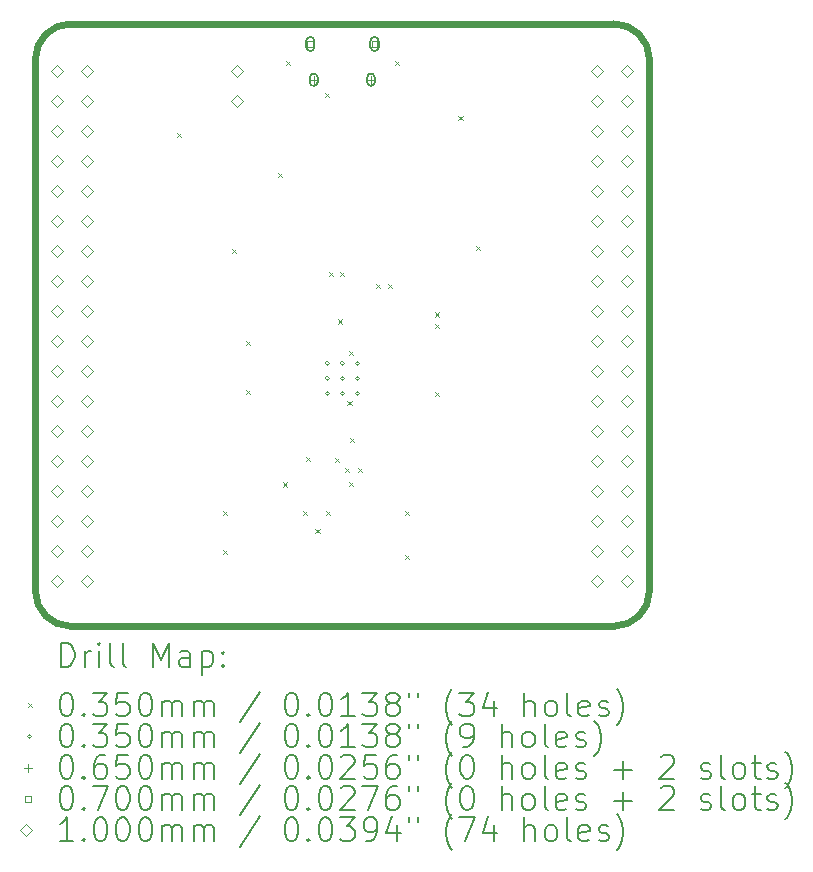
<source format=gbr>
%TF.GenerationSoftware,KiCad,Pcbnew,7.0.1-0*%
%TF.CreationDate,2023-04-02T19:04:10+10:00*%
%TF.ProjectId,RP2040_minimal,52503230-3430-45f6-9d69-6e696d616c2e,REV1*%
%TF.SameCoordinates,Original*%
%TF.FileFunction,Drillmap*%
%TF.FilePolarity,Positive*%
%FSLAX45Y45*%
G04 Gerber Fmt 4.5, Leading zero omitted, Abs format (unit mm)*
G04 Created by KiCad (PCBNEW 7.0.1-0) date 2023-04-02 19:04:10*
%MOMM*%
%LPD*%
G01*
G04 APERTURE LIST*
%ADD10C,0.600000*%
%ADD11C,0.200000*%
%ADD12C,0.035000*%
%ADD13C,0.065000*%
%ADD14C,0.070000*%
%ADD15C,0.100000*%
G04 APERTURE END LIST*
D10*
X12300000Y-12100000D02*
X7700000Y-12100000D01*
X12600000Y-7300000D02*
X12600000Y-11800000D01*
X7700000Y-7000000D02*
X12300000Y-7000000D01*
X7400000Y-11800000D02*
X7400000Y-7300000D01*
X7700000Y-7000000D02*
G75*
G03*
X7400000Y-7300000I0J-300000D01*
G01*
X12300000Y-12100000D02*
G75*
G03*
X12600000Y-11800000I0J300000D01*
G01*
X12600000Y-7300000D02*
G75*
G03*
X12300000Y-7000000I-300000J0D01*
G01*
X7400000Y-11800000D02*
G75*
G03*
X7700000Y-12100000I300000J0D01*
G01*
D11*
D12*
X8601500Y-7922500D02*
X8636500Y-7957500D01*
X8636500Y-7922500D02*
X8601500Y-7957500D01*
X8991500Y-11122500D02*
X9026500Y-11157500D01*
X9026500Y-11122500D02*
X8991500Y-11157500D01*
X8991500Y-11452500D02*
X9026500Y-11487500D01*
X9026500Y-11452500D02*
X8991500Y-11487500D01*
X9062500Y-8902500D02*
X9097500Y-8937500D01*
X9097500Y-8902500D02*
X9062500Y-8937500D01*
X9182500Y-9682500D02*
X9217500Y-9717500D01*
X9217500Y-9682500D02*
X9182500Y-9717500D01*
X9182500Y-10102500D02*
X9217500Y-10137500D01*
X9217500Y-10102500D02*
X9182500Y-10137500D01*
X9452500Y-8262500D02*
X9487500Y-8297500D01*
X9487500Y-8262500D02*
X9452500Y-8297500D01*
X9499900Y-10882500D02*
X9534900Y-10917500D01*
X9534900Y-10882500D02*
X9499900Y-10917500D01*
X9522500Y-7312500D02*
X9557500Y-7347500D01*
X9557500Y-7312500D02*
X9522500Y-7347500D01*
X9662500Y-11122500D02*
X9697500Y-11157500D01*
X9697500Y-11122500D02*
X9662500Y-11157500D01*
X9690400Y-10665450D02*
X9725400Y-10700450D01*
X9725400Y-10665450D02*
X9690400Y-10700450D01*
X9771500Y-11272500D02*
X9806500Y-11307500D01*
X9806500Y-11272500D02*
X9771500Y-11307500D01*
X9852500Y-7582500D02*
X9887500Y-7617500D01*
X9887500Y-7582500D02*
X9852500Y-7617500D01*
X9861500Y-11122500D02*
X9896500Y-11157500D01*
X9896500Y-11122500D02*
X9861500Y-11157500D01*
X9882500Y-9102501D02*
X9917500Y-9137501D01*
X9917500Y-9102501D02*
X9882500Y-9137501D01*
X9938050Y-10678150D02*
X9973050Y-10713150D01*
X9973050Y-10678150D02*
X9938050Y-10713150D01*
X9962500Y-9502499D02*
X9997500Y-9537499D01*
X9997500Y-9502499D02*
X9962500Y-9537499D01*
X9982500Y-9102500D02*
X10017500Y-9137500D01*
X10017500Y-9102500D02*
X9982500Y-9137500D01*
X10020599Y-10760699D02*
X10055599Y-10795699D01*
X10055599Y-10760699D02*
X10020599Y-10795699D01*
X10042497Y-10192500D02*
X10077497Y-10227500D01*
X10077497Y-10192500D02*
X10042497Y-10227500D01*
X10052500Y-9772500D02*
X10087500Y-9807500D01*
X10087500Y-9772500D02*
X10052500Y-9807500D01*
X10058700Y-10881350D02*
X10093700Y-10916350D01*
X10093700Y-10881350D02*
X10058700Y-10916350D01*
X10062500Y-10502500D02*
X10097500Y-10537500D01*
X10097500Y-10502500D02*
X10062500Y-10537500D01*
X10132500Y-10760700D02*
X10167500Y-10795700D01*
X10167500Y-10760700D02*
X10132500Y-10795700D01*
X10282500Y-9202500D02*
X10317500Y-9237500D01*
X10317500Y-9202500D02*
X10282500Y-9237500D01*
X10382500Y-9202500D02*
X10417500Y-9237500D01*
X10417500Y-9202500D02*
X10382500Y-9237500D01*
X10442500Y-7312500D02*
X10477500Y-7347500D01*
X10477500Y-7312500D02*
X10442500Y-7347500D01*
X10531500Y-11122500D02*
X10566500Y-11157500D01*
X10566500Y-11122500D02*
X10531500Y-11157500D01*
X10531500Y-11492500D02*
X10566500Y-11527500D01*
X10566500Y-11492500D02*
X10531500Y-11527500D01*
X10782500Y-9442500D02*
X10817500Y-9477500D01*
X10817500Y-9442500D02*
X10782500Y-9477500D01*
X10782500Y-9542500D02*
X10817500Y-9577500D01*
X10817500Y-9542500D02*
X10782500Y-9577500D01*
X10782500Y-10113000D02*
X10817500Y-10148000D01*
X10817500Y-10113000D02*
X10782500Y-10148000D01*
X10982500Y-7782500D02*
X11017500Y-7817500D01*
X11017500Y-7782500D02*
X10982500Y-7817500D01*
X11132500Y-8882500D02*
X11167500Y-8917500D01*
X11167500Y-8882500D02*
X11132500Y-8917500D01*
X9890000Y-9872500D02*
G75*
G03*
X9890000Y-9872500I-17500J0D01*
G01*
X9890000Y-10000000D02*
G75*
G03*
X9890000Y-10000000I-17500J0D01*
G01*
X9890000Y-10127500D02*
G75*
G03*
X9890000Y-10127500I-17500J0D01*
G01*
X10017500Y-9872500D02*
G75*
G03*
X10017500Y-9872500I-17500J0D01*
G01*
X10017500Y-10000000D02*
G75*
G03*
X10017500Y-10000000I-17500J0D01*
G01*
X10017500Y-10127500D02*
G75*
G03*
X10017500Y-10127500I-17500J0D01*
G01*
X10145000Y-9872500D02*
G75*
G03*
X10145000Y-9872500I-17500J0D01*
G01*
X10145000Y-10000000D02*
G75*
G03*
X10145000Y-10000000I-17500J0D01*
G01*
X10145000Y-10127500D02*
G75*
G03*
X10145000Y-10127500I-17500J0D01*
G01*
D13*
X9757500Y-7440500D02*
X9757500Y-7505500D01*
X9725000Y-7473000D02*
X9790000Y-7473000D01*
D11*
X9725000Y-7453000D02*
X9725000Y-7493000D01*
X9725000Y-7493000D02*
G75*
G03*
X9790000Y-7493000I32500J0D01*
G01*
X9790000Y-7493000D02*
X9790000Y-7453000D01*
X9790000Y-7453000D02*
G75*
G03*
X9725000Y-7453000I-32500J0D01*
G01*
D13*
X10242500Y-7440500D02*
X10242500Y-7505500D01*
X10210000Y-7473000D02*
X10275000Y-7473000D01*
D11*
X10210000Y-7453000D02*
X10210000Y-7493000D01*
X10210000Y-7493000D02*
G75*
G03*
X10275000Y-7493000I32500J0D01*
G01*
X10275000Y-7493000D02*
X10275000Y-7453000D01*
X10275000Y-7453000D02*
G75*
G03*
X10210000Y-7453000I-32500J0D01*
G01*
D14*
X9752249Y-7194749D02*
X9752249Y-7145251D01*
X9702751Y-7145251D01*
X9702751Y-7194749D01*
X9752249Y-7194749D01*
D11*
X9692500Y-7145000D02*
X9692500Y-7195000D01*
X9692500Y-7195000D02*
G75*
G03*
X9762500Y-7195000I35000J0D01*
G01*
X9762500Y-7195000D02*
X9762500Y-7145000D01*
X9762500Y-7145000D02*
G75*
G03*
X9692500Y-7145000I-35000J0D01*
G01*
D14*
X10297249Y-7194749D02*
X10297249Y-7145251D01*
X10247751Y-7145251D01*
X10247751Y-7194749D01*
X10297249Y-7194749D01*
D11*
X10237500Y-7145000D02*
X10237500Y-7195000D01*
X10237500Y-7195000D02*
G75*
G03*
X10307500Y-7195000I35000J0D01*
G01*
X10307500Y-7195000D02*
X10307500Y-7145000D01*
X10307500Y-7145000D02*
G75*
G03*
X10237500Y-7145000I-35000J0D01*
G01*
D15*
X7587000Y-7450000D02*
X7637000Y-7400000D01*
X7587000Y-7350000D01*
X7537000Y-7400000D01*
X7587000Y-7450000D01*
X7587000Y-7704000D02*
X7637000Y-7654000D01*
X7587000Y-7604000D01*
X7537000Y-7654000D01*
X7587000Y-7704000D01*
X7587000Y-7958000D02*
X7637000Y-7908000D01*
X7587000Y-7858000D01*
X7537000Y-7908000D01*
X7587000Y-7958000D01*
X7587000Y-8212000D02*
X7637000Y-8162000D01*
X7587000Y-8112000D01*
X7537000Y-8162000D01*
X7587000Y-8212000D01*
X7587000Y-8466000D02*
X7637000Y-8416000D01*
X7587000Y-8366000D01*
X7537000Y-8416000D01*
X7587000Y-8466000D01*
X7587000Y-8720000D02*
X7637000Y-8670000D01*
X7587000Y-8620000D01*
X7537000Y-8670000D01*
X7587000Y-8720000D01*
X7587000Y-8974000D02*
X7637000Y-8924000D01*
X7587000Y-8874000D01*
X7537000Y-8924000D01*
X7587000Y-8974000D01*
X7587000Y-9228000D02*
X7637000Y-9178000D01*
X7587000Y-9128000D01*
X7537000Y-9178000D01*
X7587000Y-9228000D01*
X7587000Y-9482000D02*
X7637000Y-9432000D01*
X7587000Y-9382000D01*
X7537000Y-9432000D01*
X7587000Y-9482000D01*
X7587000Y-9736000D02*
X7637000Y-9686000D01*
X7587000Y-9636000D01*
X7537000Y-9686000D01*
X7587000Y-9736000D01*
X7587000Y-9990000D02*
X7637000Y-9940000D01*
X7587000Y-9890000D01*
X7537000Y-9940000D01*
X7587000Y-9990000D01*
X7587000Y-10244000D02*
X7637000Y-10194000D01*
X7587000Y-10144000D01*
X7537000Y-10194000D01*
X7587000Y-10244000D01*
X7587000Y-10498000D02*
X7637000Y-10448000D01*
X7587000Y-10398000D01*
X7537000Y-10448000D01*
X7587000Y-10498000D01*
X7587000Y-10752000D02*
X7637000Y-10702000D01*
X7587000Y-10652000D01*
X7537000Y-10702000D01*
X7587000Y-10752000D01*
X7587000Y-11006000D02*
X7637000Y-10956000D01*
X7587000Y-10906000D01*
X7537000Y-10956000D01*
X7587000Y-11006000D01*
X7587000Y-11260000D02*
X7637000Y-11210000D01*
X7587000Y-11160000D01*
X7537000Y-11210000D01*
X7587000Y-11260000D01*
X7587000Y-11514000D02*
X7637000Y-11464000D01*
X7587000Y-11414000D01*
X7537000Y-11464000D01*
X7587000Y-11514000D01*
X7587000Y-11768000D02*
X7637000Y-11718000D01*
X7587000Y-11668000D01*
X7537000Y-11718000D01*
X7587000Y-11768000D01*
X7841000Y-7450000D02*
X7891000Y-7400000D01*
X7841000Y-7350000D01*
X7791000Y-7400000D01*
X7841000Y-7450000D01*
X7841000Y-7704000D02*
X7891000Y-7654000D01*
X7841000Y-7604000D01*
X7791000Y-7654000D01*
X7841000Y-7704000D01*
X7841000Y-7958000D02*
X7891000Y-7908000D01*
X7841000Y-7858000D01*
X7791000Y-7908000D01*
X7841000Y-7958000D01*
X7841000Y-8212000D02*
X7891000Y-8162000D01*
X7841000Y-8112000D01*
X7791000Y-8162000D01*
X7841000Y-8212000D01*
X7841000Y-8466000D02*
X7891000Y-8416000D01*
X7841000Y-8366000D01*
X7791000Y-8416000D01*
X7841000Y-8466000D01*
X7841000Y-8720000D02*
X7891000Y-8670000D01*
X7841000Y-8620000D01*
X7791000Y-8670000D01*
X7841000Y-8720000D01*
X7841000Y-8974000D02*
X7891000Y-8924000D01*
X7841000Y-8874000D01*
X7791000Y-8924000D01*
X7841000Y-8974000D01*
X7841000Y-9228000D02*
X7891000Y-9178000D01*
X7841000Y-9128000D01*
X7791000Y-9178000D01*
X7841000Y-9228000D01*
X7841000Y-9482000D02*
X7891000Y-9432000D01*
X7841000Y-9382000D01*
X7791000Y-9432000D01*
X7841000Y-9482000D01*
X7841000Y-9736000D02*
X7891000Y-9686000D01*
X7841000Y-9636000D01*
X7791000Y-9686000D01*
X7841000Y-9736000D01*
X7841000Y-9990000D02*
X7891000Y-9940000D01*
X7841000Y-9890000D01*
X7791000Y-9940000D01*
X7841000Y-9990000D01*
X7841000Y-10244000D02*
X7891000Y-10194000D01*
X7841000Y-10144000D01*
X7791000Y-10194000D01*
X7841000Y-10244000D01*
X7841000Y-10498000D02*
X7891000Y-10448000D01*
X7841000Y-10398000D01*
X7791000Y-10448000D01*
X7841000Y-10498000D01*
X7841000Y-10752000D02*
X7891000Y-10702000D01*
X7841000Y-10652000D01*
X7791000Y-10702000D01*
X7841000Y-10752000D01*
X7841000Y-11006000D02*
X7891000Y-10956000D01*
X7841000Y-10906000D01*
X7791000Y-10956000D01*
X7841000Y-11006000D01*
X7841000Y-11260000D02*
X7891000Y-11210000D01*
X7841000Y-11160000D01*
X7791000Y-11210000D01*
X7841000Y-11260000D01*
X7841000Y-11514000D02*
X7891000Y-11464000D01*
X7841000Y-11414000D01*
X7791000Y-11464000D01*
X7841000Y-11514000D01*
X7841000Y-11768000D02*
X7891000Y-11718000D01*
X7841000Y-11668000D01*
X7791000Y-11718000D01*
X7841000Y-11768000D01*
X9111000Y-7450000D02*
X9161000Y-7400000D01*
X9111000Y-7350000D01*
X9061000Y-7400000D01*
X9111000Y-7450000D01*
X9111000Y-7704000D02*
X9161000Y-7654000D01*
X9111000Y-7604000D01*
X9061000Y-7654000D01*
X9111000Y-7704000D01*
X12159000Y-7450000D02*
X12209000Y-7400000D01*
X12159000Y-7350000D01*
X12109000Y-7400000D01*
X12159000Y-7450000D01*
X12159000Y-7704000D02*
X12209000Y-7654000D01*
X12159000Y-7604000D01*
X12109000Y-7654000D01*
X12159000Y-7704000D01*
X12159000Y-7958000D02*
X12209000Y-7908000D01*
X12159000Y-7858000D01*
X12109000Y-7908000D01*
X12159000Y-7958000D01*
X12159000Y-8212000D02*
X12209000Y-8162000D01*
X12159000Y-8112000D01*
X12109000Y-8162000D01*
X12159000Y-8212000D01*
X12159000Y-8466000D02*
X12209000Y-8416000D01*
X12159000Y-8366000D01*
X12109000Y-8416000D01*
X12159000Y-8466000D01*
X12159000Y-8720000D02*
X12209000Y-8670000D01*
X12159000Y-8620000D01*
X12109000Y-8670000D01*
X12159000Y-8720000D01*
X12159000Y-8974000D02*
X12209000Y-8924000D01*
X12159000Y-8874000D01*
X12109000Y-8924000D01*
X12159000Y-8974000D01*
X12159000Y-9228000D02*
X12209000Y-9178000D01*
X12159000Y-9128000D01*
X12109000Y-9178000D01*
X12159000Y-9228000D01*
X12159000Y-9482000D02*
X12209000Y-9432000D01*
X12159000Y-9382000D01*
X12109000Y-9432000D01*
X12159000Y-9482000D01*
X12159000Y-9736000D02*
X12209000Y-9686000D01*
X12159000Y-9636000D01*
X12109000Y-9686000D01*
X12159000Y-9736000D01*
X12159000Y-9990000D02*
X12209000Y-9940000D01*
X12159000Y-9890000D01*
X12109000Y-9940000D01*
X12159000Y-9990000D01*
X12159000Y-10244000D02*
X12209000Y-10194000D01*
X12159000Y-10144000D01*
X12109000Y-10194000D01*
X12159000Y-10244000D01*
X12159000Y-10498000D02*
X12209000Y-10448000D01*
X12159000Y-10398000D01*
X12109000Y-10448000D01*
X12159000Y-10498000D01*
X12159000Y-10752000D02*
X12209000Y-10702000D01*
X12159000Y-10652000D01*
X12109000Y-10702000D01*
X12159000Y-10752000D01*
X12159000Y-11006000D02*
X12209000Y-10956000D01*
X12159000Y-10906000D01*
X12109000Y-10956000D01*
X12159000Y-11006000D01*
X12159000Y-11260000D02*
X12209000Y-11210000D01*
X12159000Y-11160000D01*
X12109000Y-11210000D01*
X12159000Y-11260000D01*
X12159000Y-11514000D02*
X12209000Y-11464000D01*
X12159000Y-11414000D01*
X12109000Y-11464000D01*
X12159000Y-11514000D01*
X12159000Y-11768000D02*
X12209000Y-11718000D01*
X12159000Y-11668000D01*
X12109000Y-11718000D01*
X12159000Y-11768000D01*
X12413000Y-7450000D02*
X12463000Y-7400000D01*
X12413000Y-7350000D01*
X12363000Y-7400000D01*
X12413000Y-7450000D01*
X12413000Y-7704000D02*
X12463000Y-7654000D01*
X12413000Y-7604000D01*
X12363000Y-7654000D01*
X12413000Y-7704000D01*
X12413000Y-7958000D02*
X12463000Y-7908000D01*
X12413000Y-7858000D01*
X12363000Y-7908000D01*
X12413000Y-7958000D01*
X12413000Y-8212000D02*
X12463000Y-8162000D01*
X12413000Y-8112000D01*
X12363000Y-8162000D01*
X12413000Y-8212000D01*
X12413000Y-8466000D02*
X12463000Y-8416000D01*
X12413000Y-8366000D01*
X12363000Y-8416000D01*
X12413000Y-8466000D01*
X12413000Y-8720000D02*
X12463000Y-8670000D01*
X12413000Y-8620000D01*
X12363000Y-8670000D01*
X12413000Y-8720000D01*
X12413000Y-8974000D02*
X12463000Y-8924000D01*
X12413000Y-8874000D01*
X12363000Y-8924000D01*
X12413000Y-8974000D01*
X12413000Y-9228000D02*
X12463000Y-9178000D01*
X12413000Y-9128000D01*
X12363000Y-9178000D01*
X12413000Y-9228000D01*
X12413000Y-9482000D02*
X12463000Y-9432000D01*
X12413000Y-9382000D01*
X12363000Y-9432000D01*
X12413000Y-9482000D01*
X12413000Y-9736000D02*
X12463000Y-9686000D01*
X12413000Y-9636000D01*
X12363000Y-9686000D01*
X12413000Y-9736000D01*
X12413000Y-9990000D02*
X12463000Y-9940000D01*
X12413000Y-9890000D01*
X12363000Y-9940000D01*
X12413000Y-9990000D01*
X12413000Y-10244000D02*
X12463000Y-10194000D01*
X12413000Y-10144000D01*
X12363000Y-10194000D01*
X12413000Y-10244000D01*
X12413000Y-10498000D02*
X12463000Y-10448000D01*
X12413000Y-10398000D01*
X12363000Y-10448000D01*
X12413000Y-10498000D01*
X12413000Y-10752000D02*
X12463000Y-10702000D01*
X12413000Y-10652000D01*
X12363000Y-10702000D01*
X12413000Y-10752000D01*
X12413000Y-11006000D02*
X12463000Y-10956000D01*
X12413000Y-10906000D01*
X12363000Y-10956000D01*
X12413000Y-11006000D01*
X12413000Y-11260000D02*
X12463000Y-11210000D01*
X12413000Y-11160000D01*
X12363000Y-11210000D01*
X12413000Y-11260000D01*
X12413000Y-11514000D02*
X12463000Y-11464000D01*
X12413000Y-11414000D01*
X12363000Y-11464000D01*
X12413000Y-11514000D01*
X12413000Y-11768000D02*
X12463000Y-11718000D01*
X12413000Y-11668000D01*
X12363000Y-11718000D01*
X12413000Y-11768000D01*
D11*
X7617619Y-12442524D02*
X7617619Y-12242524D01*
X7617619Y-12242524D02*
X7665238Y-12242524D01*
X7665238Y-12242524D02*
X7693809Y-12252048D01*
X7693809Y-12252048D02*
X7712857Y-12271095D01*
X7712857Y-12271095D02*
X7722381Y-12290143D01*
X7722381Y-12290143D02*
X7731905Y-12328238D01*
X7731905Y-12328238D02*
X7731905Y-12356809D01*
X7731905Y-12356809D02*
X7722381Y-12394905D01*
X7722381Y-12394905D02*
X7712857Y-12413952D01*
X7712857Y-12413952D02*
X7693809Y-12433000D01*
X7693809Y-12433000D02*
X7665238Y-12442524D01*
X7665238Y-12442524D02*
X7617619Y-12442524D01*
X7817619Y-12442524D02*
X7817619Y-12309190D01*
X7817619Y-12347286D02*
X7827143Y-12328238D01*
X7827143Y-12328238D02*
X7836667Y-12318714D01*
X7836667Y-12318714D02*
X7855714Y-12309190D01*
X7855714Y-12309190D02*
X7874762Y-12309190D01*
X7941428Y-12442524D02*
X7941428Y-12309190D01*
X7941428Y-12242524D02*
X7931905Y-12252048D01*
X7931905Y-12252048D02*
X7941428Y-12261571D01*
X7941428Y-12261571D02*
X7950952Y-12252048D01*
X7950952Y-12252048D02*
X7941428Y-12242524D01*
X7941428Y-12242524D02*
X7941428Y-12261571D01*
X8065238Y-12442524D02*
X8046190Y-12433000D01*
X8046190Y-12433000D02*
X8036667Y-12413952D01*
X8036667Y-12413952D02*
X8036667Y-12242524D01*
X8170000Y-12442524D02*
X8150952Y-12433000D01*
X8150952Y-12433000D02*
X8141428Y-12413952D01*
X8141428Y-12413952D02*
X8141428Y-12242524D01*
X8398571Y-12442524D02*
X8398571Y-12242524D01*
X8398571Y-12242524D02*
X8465238Y-12385381D01*
X8465238Y-12385381D02*
X8531905Y-12242524D01*
X8531905Y-12242524D02*
X8531905Y-12442524D01*
X8712857Y-12442524D02*
X8712857Y-12337762D01*
X8712857Y-12337762D02*
X8703333Y-12318714D01*
X8703333Y-12318714D02*
X8684286Y-12309190D01*
X8684286Y-12309190D02*
X8646190Y-12309190D01*
X8646190Y-12309190D02*
X8627143Y-12318714D01*
X8712857Y-12433000D02*
X8693810Y-12442524D01*
X8693810Y-12442524D02*
X8646190Y-12442524D01*
X8646190Y-12442524D02*
X8627143Y-12433000D01*
X8627143Y-12433000D02*
X8617619Y-12413952D01*
X8617619Y-12413952D02*
X8617619Y-12394905D01*
X8617619Y-12394905D02*
X8627143Y-12375857D01*
X8627143Y-12375857D02*
X8646190Y-12366333D01*
X8646190Y-12366333D02*
X8693810Y-12366333D01*
X8693810Y-12366333D02*
X8712857Y-12356809D01*
X8808095Y-12309190D02*
X8808095Y-12509190D01*
X8808095Y-12318714D02*
X8827143Y-12309190D01*
X8827143Y-12309190D02*
X8865238Y-12309190D01*
X8865238Y-12309190D02*
X8884286Y-12318714D01*
X8884286Y-12318714D02*
X8893810Y-12328238D01*
X8893810Y-12328238D02*
X8903333Y-12347286D01*
X8903333Y-12347286D02*
X8903333Y-12404428D01*
X8903333Y-12404428D02*
X8893810Y-12423476D01*
X8893810Y-12423476D02*
X8884286Y-12433000D01*
X8884286Y-12433000D02*
X8865238Y-12442524D01*
X8865238Y-12442524D02*
X8827143Y-12442524D01*
X8827143Y-12442524D02*
X8808095Y-12433000D01*
X8989048Y-12423476D02*
X8998571Y-12433000D01*
X8998571Y-12433000D02*
X8989048Y-12442524D01*
X8989048Y-12442524D02*
X8979524Y-12433000D01*
X8979524Y-12433000D02*
X8989048Y-12423476D01*
X8989048Y-12423476D02*
X8989048Y-12442524D01*
X8989048Y-12318714D02*
X8998571Y-12328238D01*
X8998571Y-12328238D02*
X8989048Y-12337762D01*
X8989048Y-12337762D02*
X8979524Y-12328238D01*
X8979524Y-12328238D02*
X8989048Y-12318714D01*
X8989048Y-12318714D02*
X8989048Y-12337762D01*
D12*
X7335000Y-12752500D02*
X7370000Y-12787500D01*
X7370000Y-12752500D02*
X7335000Y-12787500D01*
D11*
X7655714Y-12662524D02*
X7674762Y-12662524D01*
X7674762Y-12662524D02*
X7693809Y-12672048D01*
X7693809Y-12672048D02*
X7703333Y-12681571D01*
X7703333Y-12681571D02*
X7712857Y-12700619D01*
X7712857Y-12700619D02*
X7722381Y-12738714D01*
X7722381Y-12738714D02*
X7722381Y-12786333D01*
X7722381Y-12786333D02*
X7712857Y-12824428D01*
X7712857Y-12824428D02*
X7703333Y-12843476D01*
X7703333Y-12843476D02*
X7693809Y-12853000D01*
X7693809Y-12853000D02*
X7674762Y-12862524D01*
X7674762Y-12862524D02*
X7655714Y-12862524D01*
X7655714Y-12862524D02*
X7636667Y-12853000D01*
X7636667Y-12853000D02*
X7627143Y-12843476D01*
X7627143Y-12843476D02*
X7617619Y-12824428D01*
X7617619Y-12824428D02*
X7608095Y-12786333D01*
X7608095Y-12786333D02*
X7608095Y-12738714D01*
X7608095Y-12738714D02*
X7617619Y-12700619D01*
X7617619Y-12700619D02*
X7627143Y-12681571D01*
X7627143Y-12681571D02*
X7636667Y-12672048D01*
X7636667Y-12672048D02*
X7655714Y-12662524D01*
X7808095Y-12843476D02*
X7817619Y-12853000D01*
X7817619Y-12853000D02*
X7808095Y-12862524D01*
X7808095Y-12862524D02*
X7798571Y-12853000D01*
X7798571Y-12853000D02*
X7808095Y-12843476D01*
X7808095Y-12843476D02*
X7808095Y-12862524D01*
X7884286Y-12662524D02*
X8008095Y-12662524D01*
X8008095Y-12662524D02*
X7941428Y-12738714D01*
X7941428Y-12738714D02*
X7970000Y-12738714D01*
X7970000Y-12738714D02*
X7989048Y-12748238D01*
X7989048Y-12748238D02*
X7998571Y-12757762D01*
X7998571Y-12757762D02*
X8008095Y-12776809D01*
X8008095Y-12776809D02*
X8008095Y-12824428D01*
X8008095Y-12824428D02*
X7998571Y-12843476D01*
X7998571Y-12843476D02*
X7989048Y-12853000D01*
X7989048Y-12853000D02*
X7970000Y-12862524D01*
X7970000Y-12862524D02*
X7912857Y-12862524D01*
X7912857Y-12862524D02*
X7893809Y-12853000D01*
X7893809Y-12853000D02*
X7884286Y-12843476D01*
X8189048Y-12662524D02*
X8093809Y-12662524D01*
X8093809Y-12662524D02*
X8084286Y-12757762D01*
X8084286Y-12757762D02*
X8093809Y-12748238D01*
X8093809Y-12748238D02*
X8112857Y-12738714D01*
X8112857Y-12738714D02*
X8160476Y-12738714D01*
X8160476Y-12738714D02*
X8179524Y-12748238D01*
X8179524Y-12748238D02*
X8189048Y-12757762D01*
X8189048Y-12757762D02*
X8198571Y-12776809D01*
X8198571Y-12776809D02*
X8198571Y-12824428D01*
X8198571Y-12824428D02*
X8189048Y-12843476D01*
X8189048Y-12843476D02*
X8179524Y-12853000D01*
X8179524Y-12853000D02*
X8160476Y-12862524D01*
X8160476Y-12862524D02*
X8112857Y-12862524D01*
X8112857Y-12862524D02*
X8093809Y-12853000D01*
X8093809Y-12853000D02*
X8084286Y-12843476D01*
X8322381Y-12662524D02*
X8341429Y-12662524D01*
X8341429Y-12662524D02*
X8360476Y-12672048D01*
X8360476Y-12672048D02*
X8370000Y-12681571D01*
X8370000Y-12681571D02*
X8379524Y-12700619D01*
X8379524Y-12700619D02*
X8389048Y-12738714D01*
X8389048Y-12738714D02*
X8389048Y-12786333D01*
X8389048Y-12786333D02*
X8379524Y-12824428D01*
X8379524Y-12824428D02*
X8370000Y-12843476D01*
X8370000Y-12843476D02*
X8360476Y-12853000D01*
X8360476Y-12853000D02*
X8341429Y-12862524D01*
X8341429Y-12862524D02*
X8322381Y-12862524D01*
X8322381Y-12862524D02*
X8303333Y-12853000D01*
X8303333Y-12853000D02*
X8293809Y-12843476D01*
X8293809Y-12843476D02*
X8284286Y-12824428D01*
X8284286Y-12824428D02*
X8274762Y-12786333D01*
X8274762Y-12786333D02*
X8274762Y-12738714D01*
X8274762Y-12738714D02*
X8284286Y-12700619D01*
X8284286Y-12700619D02*
X8293809Y-12681571D01*
X8293809Y-12681571D02*
X8303333Y-12672048D01*
X8303333Y-12672048D02*
X8322381Y-12662524D01*
X8474762Y-12862524D02*
X8474762Y-12729190D01*
X8474762Y-12748238D02*
X8484286Y-12738714D01*
X8484286Y-12738714D02*
X8503333Y-12729190D01*
X8503333Y-12729190D02*
X8531905Y-12729190D01*
X8531905Y-12729190D02*
X8550952Y-12738714D01*
X8550952Y-12738714D02*
X8560476Y-12757762D01*
X8560476Y-12757762D02*
X8560476Y-12862524D01*
X8560476Y-12757762D02*
X8570000Y-12738714D01*
X8570000Y-12738714D02*
X8589048Y-12729190D01*
X8589048Y-12729190D02*
X8617619Y-12729190D01*
X8617619Y-12729190D02*
X8636667Y-12738714D01*
X8636667Y-12738714D02*
X8646191Y-12757762D01*
X8646191Y-12757762D02*
X8646191Y-12862524D01*
X8741429Y-12862524D02*
X8741429Y-12729190D01*
X8741429Y-12748238D02*
X8750952Y-12738714D01*
X8750952Y-12738714D02*
X8770000Y-12729190D01*
X8770000Y-12729190D02*
X8798572Y-12729190D01*
X8798572Y-12729190D02*
X8817619Y-12738714D01*
X8817619Y-12738714D02*
X8827143Y-12757762D01*
X8827143Y-12757762D02*
X8827143Y-12862524D01*
X8827143Y-12757762D02*
X8836667Y-12738714D01*
X8836667Y-12738714D02*
X8855714Y-12729190D01*
X8855714Y-12729190D02*
X8884286Y-12729190D01*
X8884286Y-12729190D02*
X8903333Y-12738714D01*
X8903333Y-12738714D02*
X8912857Y-12757762D01*
X8912857Y-12757762D02*
X8912857Y-12862524D01*
X9303333Y-12653000D02*
X9131905Y-12910143D01*
X9560476Y-12662524D02*
X9579524Y-12662524D01*
X9579524Y-12662524D02*
X9598572Y-12672048D01*
X9598572Y-12672048D02*
X9608095Y-12681571D01*
X9608095Y-12681571D02*
X9617619Y-12700619D01*
X9617619Y-12700619D02*
X9627143Y-12738714D01*
X9627143Y-12738714D02*
X9627143Y-12786333D01*
X9627143Y-12786333D02*
X9617619Y-12824428D01*
X9617619Y-12824428D02*
X9608095Y-12843476D01*
X9608095Y-12843476D02*
X9598572Y-12853000D01*
X9598572Y-12853000D02*
X9579524Y-12862524D01*
X9579524Y-12862524D02*
X9560476Y-12862524D01*
X9560476Y-12862524D02*
X9541429Y-12853000D01*
X9541429Y-12853000D02*
X9531905Y-12843476D01*
X9531905Y-12843476D02*
X9522381Y-12824428D01*
X9522381Y-12824428D02*
X9512857Y-12786333D01*
X9512857Y-12786333D02*
X9512857Y-12738714D01*
X9512857Y-12738714D02*
X9522381Y-12700619D01*
X9522381Y-12700619D02*
X9531905Y-12681571D01*
X9531905Y-12681571D02*
X9541429Y-12672048D01*
X9541429Y-12672048D02*
X9560476Y-12662524D01*
X9712857Y-12843476D02*
X9722381Y-12853000D01*
X9722381Y-12853000D02*
X9712857Y-12862524D01*
X9712857Y-12862524D02*
X9703334Y-12853000D01*
X9703334Y-12853000D02*
X9712857Y-12843476D01*
X9712857Y-12843476D02*
X9712857Y-12862524D01*
X9846191Y-12662524D02*
X9865238Y-12662524D01*
X9865238Y-12662524D02*
X9884286Y-12672048D01*
X9884286Y-12672048D02*
X9893810Y-12681571D01*
X9893810Y-12681571D02*
X9903334Y-12700619D01*
X9903334Y-12700619D02*
X9912857Y-12738714D01*
X9912857Y-12738714D02*
X9912857Y-12786333D01*
X9912857Y-12786333D02*
X9903334Y-12824428D01*
X9903334Y-12824428D02*
X9893810Y-12843476D01*
X9893810Y-12843476D02*
X9884286Y-12853000D01*
X9884286Y-12853000D02*
X9865238Y-12862524D01*
X9865238Y-12862524D02*
X9846191Y-12862524D01*
X9846191Y-12862524D02*
X9827143Y-12853000D01*
X9827143Y-12853000D02*
X9817619Y-12843476D01*
X9817619Y-12843476D02*
X9808095Y-12824428D01*
X9808095Y-12824428D02*
X9798572Y-12786333D01*
X9798572Y-12786333D02*
X9798572Y-12738714D01*
X9798572Y-12738714D02*
X9808095Y-12700619D01*
X9808095Y-12700619D02*
X9817619Y-12681571D01*
X9817619Y-12681571D02*
X9827143Y-12672048D01*
X9827143Y-12672048D02*
X9846191Y-12662524D01*
X10103334Y-12862524D02*
X9989048Y-12862524D01*
X10046191Y-12862524D02*
X10046191Y-12662524D01*
X10046191Y-12662524D02*
X10027143Y-12691095D01*
X10027143Y-12691095D02*
X10008095Y-12710143D01*
X10008095Y-12710143D02*
X9989048Y-12719667D01*
X10170000Y-12662524D02*
X10293810Y-12662524D01*
X10293810Y-12662524D02*
X10227143Y-12738714D01*
X10227143Y-12738714D02*
X10255715Y-12738714D01*
X10255715Y-12738714D02*
X10274762Y-12748238D01*
X10274762Y-12748238D02*
X10284286Y-12757762D01*
X10284286Y-12757762D02*
X10293810Y-12776809D01*
X10293810Y-12776809D02*
X10293810Y-12824428D01*
X10293810Y-12824428D02*
X10284286Y-12843476D01*
X10284286Y-12843476D02*
X10274762Y-12853000D01*
X10274762Y-12853000D02*
X10255715Y-12862524D01*
X10255715Y-12862524D02*
X10198572Y-12862524D01*
X10198572Y-12862524D02*
X10179524Y-12853000D01*
X10179524Y-12853000D02*
X10170000Y-12843476D01*
X10408095Y-12748238D02*
X10389048Y-12738714D01*
X10389048Y-12738714D02*
X10379524Y-12729190D01*
X10379524Y-12729190D02*
X10370000Y-12710143D01*
X10370000Y-12710143D02*
X10370000Y-12700619D01*
X10370000Y-12700619D02*
X10379524Y-12681571D01*
X10379524Y-12681571D02*
X10389048Y-12672048D01*
X10389048Y-12672048D02*
X10408095Y-12662524D01*
X10408095Y-12662524D02*
X10446191Y-12662524D01*
X10446191Y-12662524D02*
X10465238Y-12672048D01*
X10465238Y-12672048D02*
X10474762Y-12681571D01*
X10474762Y-12681571D02*
X10484286Y-12700619D01*
X10484286Y-12700619D02*
X10484286Y-12710143D01*
X10484286Y-12710143D02*
X10474762Y-12729190D01*
X10474762Y-12729190D02*
X10465238Y-12738714D01*
X10465238Y-12738714D02*
X10446191Y-12748238D01*
X10446191Y-12748238D02*
X10408095Y-12748238D01*
X10408095Y-12748238D02*
X10389048Y-12757762D01*
X10389048Y-12757762D02*
X10379524Y-12767286D01*
X10379524Y-12767286D02*
X10370000Y-12786333D01*
X10370000Y-12786333D02*
X10370000Y-12824428D01*
X10370000Y-12824428D02*
X10379524Y-12843476D01*
X10379524Y-12843476D02*
X10389048Y-12853000D01*
X10389048Y-12853000D02*
X10408095Y-12862524D01*
X10408095Y-12862524D02*
X10446191Y-12862524D01*
X10446191Y-12862524D02*
X10465238Y-12853000D01*
X10465238Y-12853000D02*
X10474762Y-12843476D01*
X10474762Y-12843476D02*
X10484286Y-12824428D01*
X10484286Y-12824428D02*
X10484286Y-12786333D01*
X10484286Y-12786333D02*
X10474762Y-12767286D01*
X10474762Y-12767286D02*
X10465238Y-12757762D01*
X10465238Y-12757762D02*
X10446191Y-12748238D01*
X10560476Y-12662524D02*
X10560476Y-12700619D01*
X10636667Y-12662524D02*
X10636667Y-12700619D01*
X10931905Y-12938714D02*
X10922381Y-12929190D01*
X10922381Y-12929190D02*
X10903334Y-12900619D01*
X10903334Y-12900619D02*
X10893810Y-12881571D01*
X10893810Y-12881571D02*
X10884286Y-12853000D01*
X10884286Y-12853000D02*
X10874762Y-12805381D01*
X10874762Y-12805381D02*
X10874762Y-12767286D01*
X10874762Y-12767286D02*
X10884286Y-12719667D01*
X10884286Y-12719667D02*
X10893810Y-12691095D01*
X10893810Y-12691095D02*
X10903334Y-12672048D01*
X10903334Y-12672048D02*
X10922381Y-12643476D01*
X10922381Y-12643476D02*
X10931905Y-12633952D01*
X10989048Y-12662524D02*
X11112857Y-12662524D01*
X11112857Y-12662524D02*
X11046191Y-12738714D01*
X11046191Y-12738714D02*
X11074762Y-12738714D01*
X11074762Y-12738714D02*
X11093810Y-12748238D01*
X11093810Y-12748238D02*
X11103334Y-12757762D01*
X11103334Y-12757762D02*
X11112857Y-12776809D01*
X11112857Y-12776809D02*
X11112857Y-12824428D01*
X11112857Y-12824428D02*
X11103334Y-12843476D01*
X11103334Y-12843476D02*
X11093810Y-12853000D01*
X11093810Y-12853000D02*
X11074762Y-12862524D01*
X11074762Y-12862524D02*
X11017619Y-12862524D01*
X11017619Y-12862524D02*
X10998572Y-12853000D01*
X10998572Y-12853000D02*
X10989048Y-12843476D01*
X11284286Y-12729190D02*
X11284286Y-12862524D01*
X11236667Y-12653000D02*
X11189048Y-12795857D01*
X11189048Y-12795857D02*
X11312857Y-12795857D01*
X11541429Y-12862524D02*
X11541429Y-12662524D01*
X11627143Y-12862524D02*
X11627143Y-12757762D01*
X11627143Y-12757762D02*
X11617619Y-12738714D01*
X11617619Y-12738714D02*
X11598572Y-12729190D01*
X11598572Y-12729190D02*
X11570000Y-12729190D01*
X11570000Y-12729190D02*
X11550953Y-12738714D01*
X11550953Y-12738714D02*
X11541429Y-12748238D01*
X11750953Y-12862524D02*
X11731905Y-12853000D01*
X11731905Y-12853000D02*
X11722381Y-12843476D01*
X11722381Y-12843476D02*
X11712857Y-12824428D01*
X11712857Y-12824428D02*
X11712857Y-12767286D01*
X11712857Y-12767286D02*
X11722381Y-12748238D01*
X11722381Y-12748238D02*
X11731905Y-12738714D01*
X11731905Y-12738714D02*
X11750953Y-12729190D01*
X11750953Y-12729190D02*
X11779524Y-12729190D01*
X11779524Y-12729190D02*
X11798572Y-12738714D01*
X11798572Y-12738714D02*
X11808096Y-12748238D01*
X11808096Y-12748238D02*
X11817619Y-12767286D01*
X11817619Y-12767286D02*
X11817619Y-12824428D01*
X11817619Y-12824428D02*
X11808096Y-12843476D01*
X11808096Y-12843476D02*
X11798572Y-12853000D01*
X11798572Y-12853000D02*
X11779524Y-12862524D01*
X11779524Y-12862524D02*
X11750953Y-12862524D01*
X11931905Y-12862524D02*
X11912857Y-12853000D01*
X11912857Y-12853000D02*
X11903334Y-12833952D01*
X11903334Y-12833952D02*
X11903334Y-12662524D01*
X12084286Y-12853000D02*
X12065238Y-12862524D01*
X12065238Y-12862524D02*
X12027143Y-12862524D01*
X12027143Y-12862524D02*
X12008096Y-12853000D01*
X12008096Y-12853000D02*
X11998572Y-12833952D01*
X11998572Y-12833952D02*
X11998572Y-12757762D01*
X11998572Y-12757762D02*
X12008096Y-12738714D01*
X12008096Y-12738714D02*
X12027143Y-12729190D01*
X12027143Y-12729190D02*
X12065238Y-12729190D01*
X12065238Y-12729190D02*
X12084286Y-12738714D01*
X12084286Y-12738714D02*
X12093810Y-12757762D01*
X12093810Y-12757762D02*
X12093810Y-12776809D01*
X12093810Y-12776809D02*
X11998572Y-12795857D01*
X12170000Y-12853000D02*
X12189048Y-12862524D01*
X12189048Y-12862524D02*
X12227143Y-12862524D01*
X12227143Y-12862524D02*
X12246191Y-12853000D01*
X12246191Y-12853000D02*
X12255715Y-12833952D01*
X12255715Y-12833952D02*
X12255715Y-12824428D01*
X12255715Y-12824428D02*
X12246191Y-12805381D01*
X12246191Y-12805381D02*
X12227143Y-12795857D01*
X12227143Y-12795857D02*
X12198572Y-12795857D01*
X12198572Y-12795857D02*
X12179524Y-12786333D01*
X12179524Y-12786333D02*
X12170000Y-12767286D01*
X12170000Y-12767286D02*
X12170000Y-12757762D01*
X12170000Y-12757762D02*
X12179524Y-12738714D01*
X12179524Y-12738714D02*
X12198572Y-12729190D01*
X12198572Y-12729190D02*
X12227143Y-12729190D01*
X12227143Y-12729190D02*
X12246191Y-12738714D01*
X12322381Y-12938714D02*
X12331905Y-12929190D01*
X12331905Y-12929190D02*
X12350953Y-12900619D01*
X12350953Y-12900619D02*
X12360477Y-12881571D01*
X12360477Y-12881571D02*
X12370000Y-12853000D01*
X12370000Y-12853000D02*
X12379524Y-12805381D01*
X12379524Y-12805381D02*
X12379524Y-12767286D01*
X12379524Y-12767286D02*
X12370000Y-12719667D01*
X12370000Y-12719667D02*
X12360477Y-12691095D01*
X12360477Y-12691095D02*
X12350953Y-12672048D01*
X12350953Y-12672048D02*
X12331905Y-12643476D01*
X12331905Y-12643476D02*
X12322381Y-12633952D01*
D12*
X7370000Y-13034000D02*
G75*
G03*
X7370000Y-13034000I-17500J0D01*
G01*
D11*
X7655714Y-12926524D02*
X7674762Y-12926524D01*
X7674762Y-12926524D02*
X7693809Y-12936048D01*
X7693809Y-12936048D02*
X7703333Y-12945571D01*
X7703333Y-12945571D02*
X7712857Y-12964619D01*
X7712857Y-12964619D02*
X7722381Y-13002714D01*
X7722381Y-13002714D02*
X7722381Y-13050333D01*
X7722381Y-13050333D02*
X7712857Y-13088428D01*
X7712857Y-13088428D02*
X7703333Y-13107476D01*
X7703333Y-13107476D02*
X7693809Y-13117000D01*
X7693809Y-13117000D02*
X7674762Y-13126524D01*
X7674762Y-13126524D02*
X7655714Y-13126524D01*
X7655714Y-13126524D02*
X7636667Y-13117000D01*
X7636667Y-13117000D02*
X7627143Y-13107476D01*
X7627143Y-13107476D02*
X7617619Y-13088428D01*
X7617619Y-13088428D02*
X7608095Y-13050333D01*
X7608095Y-13050333D02*
X7608095Y-13002714D01*
X7608095Y-13002714D02*
X7617619Y-12964619D01*
X7617619Y-12964619D02*
X7627143Y-12945571D01*
X7627143Y-12945571D02*
X7636667Y-12936048D01*
X7636667Y-12936048D02*
X7655714Y-12926524D01*
X7808095Y-13107476D02*
X7817619Y-13117000D01*
X7817619Y-13117000D02*
X7808095Y-13126524D01*
X7808095Y-13126524D02*
X7798571Y-13117000D01*
X7798571Y-13117000D02*
X7808095Y-13107476D01*
X7808095Y-13107476D02*
X7808095Y-13126524D01*
X7884286Y-12926524D02*
X8008095Y-12926524D01*
X8008095Y-12926524D02*
X7941428Y-13002714D01*
X7941428Y-13002714D02*
X7970000Y-13002714D01*
X7970000Y-13002714D02*
X7989048Y-13012238D01*
X7989048Y-13012238D02*
X7998571Y-13021762D01*
X7998571Y-13021762D02*
X8008095Y-13040809D01*
X8008095Y-13040809D02*
X8008095Y-13088428D01*
X8008095Y-13088428D02*
X7998571Y-13107476D01*
X7998571Y-13107476D02*
X7989048Y-13117000D01*
X7989048Y-13117000D02*
X7970000Y-13126524D01*
X7970000Y-13126524D02*
X7912857Y-13126524D01*
X7912857Y-13126524D02*
X7893809Y-13117000D01*
X7893809Y-13117000D02*
X7884286Y-13107476D01*
X8189048Y-12926524D02*
X8093809Y-12926524D01*
X8093809Y-12926524D02*
X8084286Y-13021762D01*
X8084286Y-13021762D02*
X8093809Y-13012238D01*
X8093809Y-13012238D02*
X8112857Y-13002714D01*
X8112857Y-13002714D02*
X8160476Y-13002714D01*
X8160476Y-13002714D02*
X8179524Y-13012238D01*
X8179524Y-13012238D02*
X8189048Y-13021762D01*
X8189048Y-13021762D02*
X8198571Y-13040809D01*
X8198571Y-13040809D02*
X8198571Y-13088428D01*
X8198571Y-13088428D02*
X8189048Y-13107476D01*
X8189048Y-13107476D02*
X8179524Y-13117000D01*
X8179524Y-13117000D02*
X8160476Y-13126524D01*
X8160476Y-13126524D02*
X8112857Y-13126524D01*
X8112857Y-13126524D02*
X8093809Y-13117000D01*
X8093809Y-13117000D02*
X8084286Y-13107476D01*
X8322381Y-12926524D02*
X8341429Y-12926524D01*
X8341429Y-12926524D02*
X8360476Y-12936048D01*
X8360476Y-12936048D02*
X8370000Y-12945571D01*
X8370000Y-12945571D02*
X8379524Y-12964619D01*
X8379524Y-12964619D02*
X8389048Y-13002714D01*
X8389048Y-13002714D02*
X8389048Y-13050333D01*
X8389048Y-13050333D02*
X8379524Y-13088428D01*
X8379524Y-13088428D02*
X8370000Y-13107476D01*
X8370000Y-13107476D02*
X8360476Y-13117000D01*
X8360476Y-13117000D02*
X8341429Y-13126524D01*
X8341429Y-13126524D02*
X8322381Y-13126524D01*
X8322381Y-13126524D02*
X8303333Y-13117000D01*
X8303333Y-13117000D02*
X8293809Y-13107476D01*
X8293809Y-13107476D02*
X8284286Y-13088428D01*
X8284286Y-13088428D02*
X8274762Y-13050333D01*
X8274762Y-13050333D02*
X8274762Y-13002714D01*
X8274762Y-13002714D02*
X8284286Y-12964619D01*
X8284286Y-12964619D02*
X8293809Y-12945571D01*
X8293809Y-12945571D02*
X8303333Y-12936048D01*
X8303333Y-12936048D02*
X8322381Y-12926524D01*
X8474762Y-13126524D02*
X8474762Y-12993190D01*
X8474762Y-13012238D02*
X8484286Y-13002714D01*
X8484286Y-13002714D02*
X8503333Y-12993190D01*
X8503333Y-12993190D02*
X8531905Y-12993190D01*
X8531905Y-12993190D02*
X8550952Y-13002714D01*
X8550952Y-13002714D02*
X8560476Y-13021762D01*
X8560476Y-13021762D02*
X8560476Y-13126524D01*
X8560476Y-13021762D02*
X8570000Y-13002714D01*
X8570000Y-13002714D02*
X8589048Y-12993190D01*
X8589048Y-12993190D02*
X8617619Y-12993190D01*
X8617619Y-12993190D02*
X8636667Y-13002714D01*
X8636667Y-13002714D02*
X8646191Y-13021762D01*
X8646191Y-13021762D02*
X8646191Y-13126524D01*
X8741429Y-13126524D02*
X8741429Y-12993190D01*
X8741429Y-13012238D02*
X8750952Y-13002714D01*
X8750952Y-13002714D02*
X8770000Y-12993190D01*
X8770000Y-12993190D02*
X8798572Y-12993190D01*
X8798572Y-12993190D02*
X8817619Y-13002714D01*
X8817619Y-13002714D02*
X8827143Y-13021762D01*
X8827143Y-13021762D02*
X8827143Y-13126524D01*
X8827143Y-13021762D02*
X8836667Y-13002714D01*
X8836667Y-13002714D02*
X8855714Y-12993190D01*
X8855714Y-12993190D02*
X8884286Y-12993190D01*
X8884286Y-12993190D02*
X8903333Y-13002714D01*
X8903333Y-13002714D02*
X8912857Y-13021762D01*
X8912857Y-13021762D02*
X8912857Y-13126524D01*
X9303333Y-12917000D02*
X9131905Y-13174143D01*
X9560476Y-12926524D02*
X9579524Y-12926524D01*
X9579524Y-12926524D02*
X9598572Y-12936048D01*
X9598572Y-12936048D02*
X9608095Y-12945571D01*
X9608095Y-12945571D02*
X9617619Y-12964619D01*
X9617619Y-12964619D02*
X9627143Y-13002714D01*
X9627143Y-13002714D02*
X9627143Y-13050333D01*
X9627143Y-13050333D02*
X9617619Y-13088428D01*
X9617619Y-13088428D02*
X9608095Y-13107476D01*
X9608095Y-13107476D02*
X9598572Y-13117000D01*
X9598572Y-13117000D02*
X9579524Y-13126524D01*
X9579524Y-13126524D02*
X9560476Y-13126524D01*
X9560476Y-13126524D02*
X9541429Y-13117000D01*
X9541429Y-13117000D02*
X9531905Y-13107476D01*
X9531905Y-13107476D02*
X9522381Y-13088428D01*
X9522381Y-13088428D02*
X9512857Y-13050333D01*
X9512857Y-13050333D02*
X9512857Y-13002714D01*
X9512857Y-13002714D02*
X9522381Y-12964619D01*
X9522381Y-12964619D02*
X9531905Y-12945571D01*
X9531905Y-12945571D02*
X9541429Y-12936048D01*
X9541429Y-12936048D02*
X9560476Y-12926524D01*
X9712857Y-13107476D02*
X9722381Y-13117000D01*
X9722381Y-13117000D02*
X9712857Y-13126524D01*
X9712857Y-13126524D02*
X9703334Y-13117000D01*
X9703334Y-13117000D02*
X9712857Y-13107476D01*
X9712857Y-13107476D02*
X9712857Y-13126524D01*
X9846191Y-12926524D02*
X9865238Y-12926524D01*
X9865238Y-12926524D02*
X9884286Y-12936048D01*
X9884286Y-12936048D02*
X9893810Y-12945571D01*
X9893810Y-12945571D02*
X9903334Y-12964619D01*
X9903334Y-12964619D02*
X9912857Y-13002714D01*
X9912857Y-13002714D02*
X9912857Y-13050333D01*
X9912857Y-13050333D02*
X9903334Y-13088428D01*
X9903334Y-13088428D02*
X9893810Y-13107476D01*
X9893810Y-13107476D02*
X9884286Y-13117000D01*
X9884286Y-13117000D02*
X9865238Y-13126524D01*
X9865238Y-13126524D02*
X9846191Y-13126524D01*
X9846191Y-13126524D02*
X9827143Y-13117000D01*
X9827143Y-13117000D02*
X9817619Y-13107476D01*
X9817619Y-13107476D02*
X9808095Y-13088428D01*
X9808095Y-13088428D02*
X9798572Y-13050333D01*
X9798572Y-13050333D02*
X9798572Y-13002714D01*
X9798572Y-13002714D02*
X9808095Y-12964619D01*
X9808095Y-12964619D02*
X9817619Y-12945571D01*
X9817619Y-12945571D02*
X9827143Y-12936048D01*
X9827143Y-12936048D02*
X9846191Y-12926524D01*
X10103334Y-13126524D02*
X9989048Y-13126524D01*
X10046191Y-13126524D02*
X10046191Y-12926524D01*
X10046191Y-12926524D02*
X10027143Y-12955095D01*
X10027143Y-12955095D02*
X10008095Y-12974143D01*
X10008095Y-12974143D02*
X9989048Y-12983667D01*
X10170000Y-12926524D02*
X10293810Y-12926524D01*
X10293810Y-12926524D02*
X10227143Y-13002714D01*
X10227143Y-13002714D02*
X10255715Y-13002714D01*
X10255715Y-13002714D02*
X10274762Y-13012238D01*
X10274762Y-13012238D02*
X10284286Y-13021762D01*
X10284286Y-13021762D02*
X10293810Y-13040809D01*
X10293810Y-13040809D02*
X10293810Y-13088428D01*
X10293810Y-13088428D02*
X10284286Y-13107476D01*
X10284286Y-13107476D02*
X10274762Y-13117000D01*
X10274762Y-13117000D02*
X10255715Y-13126524D01*
X10255715Y-13126524D02*
X10198572Y-13126524D01*
X10198572Y-13126524D02*
X10179524Y-13117000D01*
X10179524Y-13117000D02*
X10170000Y-13107476D01*
X10408095Y-13012238D02*
X10389048Y-13002714D01*
X10389048Y-13002714D02*
X10379524Y-12993190D01*
X10379524Y-12993190D02*
X10370000Y-12974143D01*
X10370000Y-12974143D02*
X10370000Y-12964619D01*
X10370000Y-12964619D02*
X10379524Y-12945571D01*
X10379524Y-12945571D02*
X10389048Y-12936048D01*
X10389048Y-12936048D02*
X10408095Y-12926524D01*
X10408095Y-12926524D02*
X10446191Y-12926524D01*
X10446191Y-12926524D02*
X10465238Y-12936048D01*
X10465238Y-12936048D02*
X10474762Y-12945571D01*
X10474762Y-12945571D02*
X10484286Y-12964619D01*
X10484286Y-12964619D02*
X10484286Y-12974143D01*
X10484286Y-12974143D02*
X10474762Y-12993190D01*
X10474762Y-12993190D02*
X10465238Y-13002714D01*
X10465238Y-13002714D02*
X10446191Y-13012238D01*
X10446191Y-13012238D02*
X10408095Y-13012238D01*
X10408095Y-13012238D02*
X10389048Y-13021762D01*
X10389048Y-13021762D02*
X10379524Y-13031286D01*
X10379524Y-13031286D02*
X10370000Y-13050333D01*
X10370000Y-13050333D02*
X10370000Y-13088428D01*
X10370000Y-13088428D02*
X10379524Y-13107476D01*
X10379524Y-13107476D02*
X10389048Y-13117000D01*
X10389048Y-13117000D02*
X10408095Y-13126524D01*
X10408095Y-13126524D02*
X10446191Y-13126524D01*
X10446191Y-13126524D02*
X10465238Y-13117000D01*
X10465238Y-13117000D02*
X10474762Y-13107476D01*
X10474762Y-13107476D02*
X10484286Y-13088428D01*
X10484286Y-13088428D02*
X10484286Y-13050333D01*
X10484286Y-13050333D02*
X10474762Y-13031286D01*
X10474762Y-13031286D02*
X10465238Y-13021762D01*
X10465238Y-13021762D02*
X10446191Y-13012238D01*
X10560476Y-12926524D02*
X10560476Y-12964619D01*
X10636667Y-12926524D02*
X10636667Y-12964619D01*
X10931905Y-13202714D02*
X10922381Y-13193190D01*
X10922381Y-13193190D02*
X10903334Y-13164619D01*
X10903334Y-13164619D02*
X10893810Y-13145571D01*
X10893810Y-13145571D02*
X10884286Y-13117000D01*
X10884286Y-13117000D02*
X10874762Y-13069381D01*
X10874762Y-13069381D02*
X10874762Y-13031286D01*
X10874762Y-13031286D02*
X10884286Y-12983667D01*
X10884286Y-12983667D02*
X10893810Y-12955095D01*
X10893810Y-12955095D02*
X10903334Y-12936048D01*
X10903334Y-12936048D02*
X10922381Y-12907476D01*
X10922381Y-12907476D02*
X10931905Y-12897952D01*
X11017619Y-13126524D02*
X11055715Y-13126524D01*
X11055715Y-13126524D02*
X11074762Y-13117000D01*
X11074762Y-13117000D02*
X11084286Y-13107476D01*
X11084286Y-13107476D02*
X11103334Y-13078905D01*
X11103334Y-13078905D02*
X11112857Y-13040809D01*
X11112857Y-13040809D02*
X11112857Y-12964619D01*
X11112857Y-12964619D02*
X11103334Y-12945571D01*
X11103334Y-12945571D02*
X11093810Y-12936048D01*
X11093810Y-12936048D02*
X11074762Y-12926524D01*
X11074762Y-12926524D02*
X11036667Y-12926524D01*
X11036667Y-12926524D02*
X11017619Y-12936048D01*
X11017619Y-12936048D02*
X11008096Y-12945571D01*
X11008096Y-12945571D02*
X10998572Y-12964619D01*
X10998572Y-12964619D02*
X10998572Y-13012238D01*
X10998572Y-13012238D02*
X11008096Y-13031286D01*
X11008096Y-13031286D02*
X11017619Y-13040809D01*
X11017619Y-13040809D02*
X11036667Y-13050333D01*
X11036667Y-13050333D02*
X11074762Y-13050333D01*
X11074762Y-13050333D02*
X11093810Y-13040809D01*
X11093810Y-13040809D02*
X11103334Y-13031286D01*
X11103334Y-13031286D02*
X11112857Y-13012238D01*
X11350953Y-13126524D02*
X11350953Y-12926524D01*
X11436667Y-13126524D02*
X11436667Y-13021762D01*
X11436667Y-13021762D02*
X11427143Y-13002714D01*
X11427143Y-13002714D02*
X11408096Y-12993190D01*
X11408096Y-12993190D02*
X11379524Y-12993190D01*
X11379524Y-12993190D02*
X11360476Y-13002714D01*
X11360476Y-13002714D02*
X11350953Y-13012238D01*
X11560476Y-13126524D02*
X11541429Y-13117000D01*
X11541429Y-13117000D02*
X11531905Y-13107476D01*
X11531905Y-13107476D02*
X11522381Y-13088428D01*
X11522381Y-13088428D02*
X11522381Y-13031286D01*
X11522381Y-13031286D02*
X11531905Y-13012238D01*
X11531905Y-13012238D02*
X11541429Y-13002714D01*
X11541429Y-13002714D02*
X11560476Y-12993190D01*
X11560476Y-12993190D02*
X11589048Y-12993190D01*
X11589048Y-12993190D02*
X11608096Y-13002714D01*
X11608096Y-13002714D02*
X11617619Y-13012238D01*
X11617619Y-13012238D02*
X11627143Y-13031286D01*
X11627143Y-13031286D02*
X11627143Y-13088428D01*
X11627143Y-13088428D02*
X11617619Y-13107476D01*
X11617619Y-13107476D02*
X11608096Y-13117000D01*
X11608096Y-13117000D02*
X11589048Y-13126524D01*
X11589048Y-13126524D02*
X11560476Y-13126524D01*
X11741429Y-13126524D02*
X11722381Y-13117000D01*
X11722381Y-13117000D02*
X11712857Y-13097952D01*
X11712857Y-13097952D02*
X11712857Y-12926524D01*
X11893810Y-13117000D02*
X11874762Y-13126524D01*
X11874762Y-13126524D02*
X11836667Y-13126524D01*
X11836667Y-13126524D02*
X11817619Y-13117000D01*
X11817619Y-13117000D02*
X11808096Y-13097952D01*
X11808096Y-13097952D02*
X11808096Y-13021762D01*
X11808096Y-13021762D02*
X11817619Y-13002714D01*
X11817619Y-13002714D02*
X11836667Y-12993190D01*
X11836667Y-12993190D02*
X11874762Y-12993190D01*
X11874762Y-12993190D02*
X11893810Y-13002714D01*
X11893810Y-13002714D02*
X11903334Y-13021762D01*
X11903334Y-13021762D02*
X11903334Y-13040809D01*
X11903334Y-13040809D02*
X11808096Y-13059857D01*
X11979524Y-13117000D02*
X11998572Y-13126524D01*
X11998572Y-13126524D02*
X12036667Y-13126524D01*
X12036667Y-13126524D02*
X12055715Y-13117000D01*
X12055715Y-13117000D02*
X12065238Y-13097952D01*
X12065238Y-13097952D02*
X12065238Y-13088428D01*
X12065238Y-13088428D02*
X12055715Y-13069381D01*
X12055715Y-13069381D02*
X12036667Y-13059857D01*
X12036667Y-13059857D02*
X12008096Y-13059857D01*
X12008096Y-13059857D02*
X11989048Y-13050333D01*
X11989048Y-13050333D02*
X11979524Y-13031286D01*
X11979524Y-13031286D02*
X11979524Y-13021762D01*
X11979524Y-13021762D02*
X11989048Y-13002714D01*
X11989048Y-13002714D02*
X12008096Y-12993190D01*
X12008096Y-12993190D02*
X12036667Y-12993190D01*
X12036667Y-12993190D02*
X12055715Y-13002714D01*
X12131905Y-13202714D02*
X12141429Y-13193190D01*
X12141429Y-13193190D02*
X12160477Y-13164619D01*
X12160477Y-13164619D02*
X12170000Y-13145571D01*
X12170000Y-13145571D02*
X12179524Y-13117000D01*
X12179524Y-13117000D02*
X12189048Y-13069381D01*
X12189048Y-13069381D02*
X12189048Y-13031286D01*
X12189048Y-13031286D02*
X12179524Y-12983667D01*
X12179524Y-12983667D02*
X12170000Y-12955095D01*
X12170000Y-12955095D02*
X12160477Y-12936048D01*
X12160477Y-12936048D02*
X12141429Y-12907476D01*
X12141429Y-12907476D02*
X12131905Y-12897952D01*
D13*
X7337500Y-13265500D02*
X7337500Y-13330500D01*
X7305000Y-13298000D02*
X7370000Y-13298000D01*
D11*
X7655714Y-13190524D02*
X7674762Y-13190524D01*
X7674762Y-13190524D02*
X7693809Y-13200048D01*
X7693809Y-13200048D02*
X7703333Y-13209571D01*
X7703333Y-13209571D02*
X7712857Y-13228619D01*
X7712857Y-13228619D02*
X7722381Y-13266714D01*
X7722381Y-13266714D02*
X7722381Y-13314333D01*
X7722381Y-13314333D02*
X7712857Y-13352428D01*
X7712857Y-13352428D02*
X7703333Y-13371476D01*
X7703333Y-13371476D02*
X7693809Y-13381000D01*
X7693809Y-13381000D02*
X7674762Y-13390524D01*
X7674762Y-13390524D02*
X7655714Y-13390524D01*
X7655714Y-13390524D02*
X7636667Y-13381000D01*
X7636667Y-13381000D02*
X7627143Y-13371476D01*
X7627143Y-13371476D02*
X7617619Y-13352428D01*
X7617619Y-13352428D02*
X7608095Y-13314333D01*
X7608095Y-13314333D02*
X7608095Y-13266714D01*
X7608095Y-13266714D02*
X7617619Y-13228619D01*
X7617619Y-13228619D02*
X7627143Y-13209571D01*
X7627143Y-13209571D02*
X7636667Y-13200048D01*
X7636667Y-13200048D02*
X7655714Y-13190524D01*
X7808095Y-13371476D02*
X7817619Y-13381000D01*
X7817619Y-13381000D02*
X7808095Y-13390524D01*
X7808095Y-13390524D02*
X7798571Y-13381000D01*
X7798571Y-13381000D02*
X7808095Y-13371476D01*
X7808095Y-13371476D02*
X7808095Y-13390524D01*
X7989048Y-13190524D02*
X7950952Y-13190524D01*
X7950952Y-13190524D02*
X7931905Y-13200048D01*
X7931905Y-13200048D02*
X7922381Y-13209571D01*
X7922381Y-13209571D02*
X7903333Y-13238143D01*
X7903333Y-13238143D02*
X7893809Y-13276238D01*
X7893809Y-13276238D02*
X7893809Y-13352428D01*
X7893809Y-13352428D02*
X7903333Y-13371476D01*
X7903333Y-13371476D02*
X7912857Y-13381000D01*
X7912857Y-13381000D02*
X7931905Y-13390524D01*
X7931905Y-13390524D02*
X7970000Y-13390524D01*
X7970000Y-13390524D02*
X7989048Y-13381000D01*
X7989048Y-13381000D02*
X7998571Y-13371476D01*
X7998571Y-13371476D02*
X8008095Y-13352428D01*
X8008095Y-13352428D02*
X8008095Y-13304809D01*
X8008095Y-13304809D02*
X7998571Y-13285762D01*
X7998571Y-13285762D02*
X7989048Y-13276238D01*
X7989048Y-13276238D02*
X7970000Y-13266714D01*
X7970000Y-13266714D02*
X7931905Y-13266714D01*
X7931905Y-13266714D02*
X7912857Y-13276238D01*
X7912857Y-13276238D02*
X7903333Y-13285762D01*
X7903333Y-13285762D02*
X7893809Y-13304809D01*
X8189048Y-13190524D02*
X8093809Y-13190524D01*
X8093809Y-13190524D02*
X8084286Y-13285762D01*
X8084286Y-13285762D02*
X8093809Y-13276238D01*
X8093809Y-13276238D02*
X8112857Y-13266714D01*
X8112857Y-13266714D02*
X8160476Y-13266714D01*
X8160476Y-13266714D02*
X8179524Y-13276238D01*
X8179524Y-13276238D02*
X8189048Y-13285762D01*
X8189048Y-13285762D02*
X8198571Y-13304809D01*
X8198571Y-13304809D02*
X8198571Y-13352428D01*
X8198571Y-13352428D02*
X8189048Y-13371476D01*
X8189048Y-13371476D02*
X8179524Y-13381000D01*
X8179524Y-13381000D02*
X8160476Y-13390524D01*
X8160476Y-13390524D02*
X8112857Y-13390524D01*
X8112857Y-13390524D02*
X8093809Y-13381000D01*
X8093809Y-13381000D02*
X8084286Y-13371476D01*
X8322381Y-13190524D02*
X8341429Y-13190524D01*
X8341429Y-13190524D02*
X8360476Y-13200048D01*
X8360476Y-13200048D02*
X8370000Y-13209571D01*
X8370000Y-13209571D02*
X8379524Y-13228619D01*
X8379524Y-13228619D02*
X8389048Y-13266714D01*
X8389048Y-13266714D02*
X8389048Y-13314333D01*
X8389048Y-13314333D02*
X8379524Y-13352428D01*
X8379524Y-13352428D02*
X8370000Y-13371476D01*
X8370000Y-13371476D02*
X8360476Y-13381000D01*
X8360476Y-13381000D02*
X8341429Y-13390524D01*
X8341429Y-13390524D02*
X8322381Y-13390524D01*
X8322381Y-13390524D02*
X8303333Y-13381000D01*
X8303333Y-13381000D02*
X8293809Y-13371476D01*
X8293809Y-13371476D02*
X8284286Y-13352428D01*
X8284286Y-13352428D02*
X8274762Y-13314333D01*
X8274762Y-13314333D02*
X8274762Y-13266714D01*
X8274762Y-13266714D02*
X8284286Y-13228619D01*
X8284286Y-13228619D02*
X8293809Y-13209571D01*
X8293809Y-13209571D02*
X8303333Y-13200048D01*
X8303333Y-13200048D02*
X8322381Y-13190524D01*
X8474762Y-13390524D02*
X8474762Y-13257190D01*
X8474762Y-13276238D02*
X8484286Y-13266714D01*
X8484286Y-13266714D02*
X8503333Y-13257190D01*
X8503333Y-13257190D02*
X8531905Y-13257190D01*
X8531905Y-13257190D02*
X8550952Y-13266714D01*
X8550952Y-13266714D02*
X8560476Y-13285762D01*
X8560476Y-13285762D02*
X8560476Y-13390524D01*
X8560476Y-13285762D02*
X8570000Y-13266714D01*
X8570000Y-13266714D02*
X8589048Y-13257190D01*
X8589048Y-13257190D02*
X8617619Y-13257190D01*
X8617619Y-13257190D02*
X8636667Y-13266714D01*
X8636667Y-13266714D02*
X8646191Y-13285762D01*
X8646191Y-13285762D02*
X8646191Y-13390524D01*
X8741429Y-13390524D02*
X8741429Y-13257190D01*
X8741429Y-13276238D02*
X8750952Y-13266714D01*
X8750952Y-13266714D02*
X8770000Y-13257190D01*
X8770000Y-13257190D02*
X8798572Y-13257190D01*
X8798572Y-13257190D02*
X8817619Y-13266714D01*
X8817619Y-13266714D02*
X8827143Y-13285762D01*
X8827143Y-13285762D02*
X8827143Y-13390524D01*
X8827143Y-13285762D02*
X8836667Y-13266714D01*
X8836667Y-13266714D02*
X8855714Y-13257190D01*
X8855714Y-13257190D02*
X8884286Y-13257190D01*
X8884286Y-13257190D02*
X8903333Y-13266714D01*
X8903333Y-13266714D02*
X8912857Y-13285762D01*
X8912857Y-13285762D02*
X8912857Y-13390524D01*
X9303333Y-13181000D02*
X9131905Y-13438143D01*
X9560476Y-13190524D02*
X9579524Y-13190524D01*
X9579524Y-13190524D02*
X9598572Y-13200048D01*
X9598572Y-13200048D02*
X9608095Y-13209571D01*
X9608095Y-13209571D02*
X9617619Y-13228619D01*
X9617619Y-13228619D02*
X9627143Y-13266714D01*
X9627143Y-13266714D02*
X9627143Y-13314333D01*
X9627143Y-13314333D02*
X9617619Y-13352428D01*
X9617619Y-13352428D02*
X9608095Y-13371476D01*
X9608095Y-13371476D02*
X9598572Y-13381000D01*
X9598572Y-13381000D02*
X9579524Y-13390524D01*
X9579524Y-13390524D02*
X9560476Y-13390524D01*
X9560476Y-13390524D02*
X9541429Y-13381000D01*
X9541429Y-13381000D02*
X9531905Y-13371476D01*
X9531905Y-13371476D02*
X9522381Y-13352428D01*
X9522381Y-13352428D02*
X9512857Y-13314333D01*
X9512857Y-13314333D02*
X9512857Y-13266714D01*
X9512857Y-13266714D02*
X9522381Y-13228619D01*
X9522381Y-13228619D02*
X9531905Y-13209571D01*
X9531905Y-13209571D02*
X9541429Y-13200048D01*
X9541429Y-13200048D02*
X9560476Y-13190524D01*
X9712857Y-13371476D02*
X9722381Y-13381000D01*
X9722381Y-13381000D02*
X9712857Y-13390524D01*
X9712857Y-13390524D02*
X9703334Y-13381000D01*
X9703334Y-13381000D02*
X9712857Y-13371476D01*
X9712857Y-13371476D02*
X9712857Y-13390524D01*
X9846191Y-13190524D02*
X9865238Y-13190524D01*
X9865238Y-13190524D02*
X9884286Y-13200048D01*
X9884286Y-13200048D02*
X9893810Y-13209571D01*
X9893810Y-13209571D02*
X9903334Y-13228619D01*
X9903334Y-13228619D02*
X9912857Y-13266714D01*
X9912857Y-13266714D02*
X9912857Y-13314333D01*
X9912857Y-13314333D02*
X9903334Y-13352428D01*
X9903334Y-13352428D02*
X9893810Y-13371476D01*
X9893810Y-13371476D02*
X9884286Y-13381000D01*
X9884286Y-13381000D02*
X9865238Y-13390524D01*
X9865238Y-13390524D02*
X9846191Y-13390524D01*
X9846191Y-13390524D02*
X9827143Y-13381000D01*
X9827143Y-13381000D02*
X9817619Y-13371476D01*
X9817619Y-13371476D02*
X9808095Y-13352428D01*
X9808095Y-13352428D02*
X9798572Y-13314333D01*
X9798572Y-13314333D02*
X9798572Y-13266714D01*
X9798572Y-13266714D02*
X9808095Y-13228619D01*
X9808095Y-13228619D02*
X9817619Y-13209571D01*
X9817619Y-13209571D02*
X9827143Y-13200048D01*
X9827143Y-13200048D02*
X9846191Y-13190524D01*
X9989048Y-13209571D02*
X9998572Y-13200048D01*
X9998572Y-13200048D02*
X10017619Y-13190524D01*
X10017619Y-13190524D02*
X10065238Y-13190524D01*
X10065238Y-13190524D02*
X10084286Y-13200048D01*
X10084286Y-13200048D02*
X10093810Y-13209571D01*
X10093810Y-13209571D02*
X10103334Y-13228619D01*
X10103334Y-13228619D02*
X10103334Y-13247667D01*
X10103334Y-13247667D02*
X10093810Y-13276238D01*
X10093810Y-13276238D02*
X9979524Y-13390524D01*
X9979524Y-13390524D02*
X10103334Y-13390524D01*
X10284286Y-13190524D02*
X10189048Y-13190524D01*
X10189048Y-13190524D02*
X10179524Y-13285762D01*
X10179524Y-13285762D02*
X10189048Y-13276238D01*
X10189048Y-13276238D02*
X10208095Y-13266714D01*
X10208095Y-13266714D02*
X10255715Y-13266714D01*
X10255715Y-13266714D02*
X10274762Y-13276238D01*
X10274762Y-13276238D02*
X10284286Y-13285762D01*
X10284286Y-13285762D02*
X10293810Y-13304809D01*
X10293810Y-13304809D02*
X10293810Y-13352428D01*
X10293810Y-13352428D02*
X10284286Y-13371476D01*
X10284286Y-13371476D02*
X10274762Y-13381000D01*
X10274762Y-13381000D02*
X10255715Y-13390524D01*
X10255715Y-13390524D02*
X10208095Y-13390524D01*
X10208095Y-13390524D02*
X10189048Y-13381000D01*
X10189048Y-13381000D02*
X10179524Y-13371476D01*
X10465238Y-13190524D02*
X10427143Y-13190524D01*
X10427143Y-13190524D02*
X10408095Y-13200048D01*
X10408095Y-13200048D02*
X10398572Y-13209571D01*
X10398572Y-13209571D02*
X10379524Y-13238143D01*
X10379524Y-13238143D02*
X10370000Y-13276238D01*
X10370000Y-13276238D02*
X10370000Y-13352428D01*
X10370000Y-13352428D02*
X10379524Y-13371476D01*
X10379524Y-13371476D02*
X10389048Y-13381000D01*
X10389048Y-13381000D02*
X10408095Y-13390524D01*
X10408095Y-13390524D02*
X10446191Y-13390524D01*
X10446191Y-13390524D02*
X10465238Y-13381000D01*
X10465238Y-13381000D02*
X10474762Y-13371476D01*
X10474762Y-13371476D02*
X10484286Y-13352428D01*
X10484286Y-13352428D02*
X10484286Y-13304809D01*
X10484286Y-13304809D02*
X10474762Y-13285762D01*
X10474762Y-13285762D02*
X10465238Y-13276238D01*
X10465238Y-13276238D02*
X10446191Y-13266714D01*
X10446191Y-13266714D02*
X10408095Y-13266714D01*
X10408095Y-13266714D02*
X10389048Y-13276238D01*
X10389048Y-13276238D02*
X10379524Y-13285762D01*
X10379524Y-13285762D02*
X10370000Y-13304809D01*
X10560476Y-13190524D02*
X10560476Y-13228619D01*
X10636667Y-13190524D02*
X10636667Y-13228619D01*
X10931905Y-13466714D02*
X10922381Y-13457190D01*
X10922381Y-13457190D02*
X10903334Y-13428619D01*
X10903334Y-13428619D02*
X10893810Y-13409571D01*
X10893810Y-13409571D02*
X10884286Y-13381000D01*
X10884286Y-13381000D02*
X10874762Y-13333381D01*
X10874762Y-13333381D02*
X10874762Y-13295286D01*
X10874762Y-13295286D02*
X10884286Y-13247667D01*
X10884286Y-13247667D02*
X10893810Y-13219095D01*
X10893810Y-13219095D02*
X10903334Y-13200048D01*
X10903334Y-13200048D02*
X10922381Y-13171476D01*
X10922381Y-13171476D02*
X10931905Y-13161952D01*
X11046191Y-13190524D02*
X11065238Y-13190524D01*
X11065238Y-13190524D02*
X11084286Y-13200048D01*
X11084286Y-13200048D02*
X11093810Y-13209571D01*
X11093810Y-13209571D02*
X11103334Y-13228619D01*
X11103334Y-13228619D02*
X11112857Y-13266714D01*
X11112857Y-13266714D02*
X11112857Y-13314333D01*
X11112857Y-13314333D02*
X11103334Y-13352428D01*
X11103334Y-13352428D02*
X11093810Y-13371476D01*
X11093810Y-13371476D02*
X11084286Y-13381000D01*
X11084286Y-13381000D02*
X11065238Y-13390524D01*
X11065238Y-13390524D02*
X11046191Y-13390524D01*
X11046191Y-13390524D02*
X11027143Y-13381000D01*
X11027143Y-13381000D02*
X11017619Y-13371476D01*
X11017619Y-13371476D02*
X11008096Y-13352428D01*
X11008096Y-13352428D02*
X10998572Y-13314333D01*
X10998572Y-13314333D02*
X10998572Y-13266714D01*
X10998572Y-13266714D02*
X11008096Y-13228619D01*
X11008096Y-13228619D02*
X11017619Y-13209571D01*
X11017619Y-13209571D02*
X11027143Y-13200048D01*
X11027143Y-13200048D02*
X11046191Y-13190524D01*
X11350953Y-13390524D02*
X11350953Y-13190524D01*
X11436667Y-13390524D02*
X11436667Y-13285762D01*
X11436667Y-13285762D02*
X11427143Y-13266714D01*
X11427143Y-13266714D02*
X11408096Y-13257190D01*
X11408096Y-13257190D02*
X11379524Y-13257190D01*
X11379524Y-13257190D02*
X11360476Y-13266714D01*
X11360476Y-13266714D02*
X11350953Y-13276238D01*
X11560476Y-13390524D02*
X11541429Y-13381000D01*
X11541429Y-13381000D02*
X11531905Y-13371476D01*
X11531905Y-13371476D02*
X11522381Y-13352428D01*
X11522381Y-13352428D02*
X11522381Y-13295286D01*
X11522381Y-13295286D02*
X11531905Y-13276238D01*
X11531905Y-13276238D02*
X11541429Y-13266714D01*
X11541429Y-13266714D02*
X11560476Y-13257190D01*
X11560476Y-13257190D02*
X11589048Y-13257190D01*
X11589048Y-13257190D02*
X11608096Y-13266714D01*
X11608096Y-13266714D02*
X11617619Y-13276238D01*
X11617619Y-13276238D02*
X11627143Y-13295286D01*
X11627143Y-13295286D02*
X11627143Y-13352428D01*
X11627143Y-13352428D02*
X11617619Y-13371476D01*
X11617619Y-13371476D02*
X11608096Y-13381000D01*
X11608096Y-13381000D02*
X11589048Y-13390524D01*
X11589048Y-13390524D02*
X11560476Y-13390524D01*
X11741429Y-13390524D02*
X11722381Y-13381000D01*
X11722381Y-13381000D02*
X11712857Y-13361952D01*
X11712857Y-13361952D02*
X11712857Y-13190524D01*
X11893810Y-13381000D02*
X11874762Y-13390524D01*
X11874762Y-13390524D02*
X11836667Y-13390524D01*
X11836667Y-13390524D02*
X11817619Y-13381000D01*
X11817619Y-13381000D02*
X11808096Y-13361952D01*
X11808096Y-13361952D02*
X11808096Y-13285762D01*
X11808096Y-13285762D02*
X11817619Y-13266714D01*
X11817619Y-13266714D02*
X11836667Y-13257190D01*
X11836667Y-13257190D02*
X11874762Y-13257190D01*
X11874762Y-13257190D02*
X11893810Y-13266714D01*
X11893810Y-13266714D02*
X11903334Y-13285762D01*
X11903334Y-13285762D02*
X11903334Y-13304809D01*
X11903334Y-13304809D02*
X11808096Y-13323857D01*
X11979524Y-13381000D02*
X11998572Y-13390524D01*
X11998572Y-13390524D02*
X12036667Y-13390524D01*
X12036667Y-13390524D02*
X12055715Y-13381000D01*
X12055715Y-13381000D02*
X12065238Y-13361952D01*
X12065238Y-13361952D02*
X12065238Y-13352428D01*
X12065238Y-13352428D02*
X12055715Y-13333381D01*
X12055715Y-13333381D02*
X12036667Y-13323857D01*
X12036667Y-13323857D02*
X12008096Y-13323857D01*
X12008096Y-13323857D02*
X11989048Y-13314333D01*
X11989048Y-13314333D02*
X11979524Y-13295286D01*
X11979524Y-13295286D02*
X11979524Y-13285762D01*
X11979524Y-13285762D02*
X11989048Y-13266714D01*
X11989048Y-13266714D02*
X12008096Y-13257190D01*
X12008096Y-13257190D02*
X12036667Y-13257190D01*
X12036667Y-13257190D02*
X12055715Y-13266714D01*
X12303334Y-13314333D02*
X12455715Y-13314333D01*
X12379524Y-13390524D02*
X12379524Y-13238143D01*
X12693810Y-13209571D02*
X12703334Y-13200048D01*
X12703334Y-13200048D02*
X12722381Y-13190524D01*
X12722381Y-13190524D02*
X12770000Y-13190524D01*
X12770000Y-13190524D02*
X12789048Y-13200048D01*
X12789048Y-13200048D02*
X12798572Y-13209571D01*
X12798572Y-13209571D02*
X12808096Y-13228619D01*
X12808096Y-13228619D02*
X12808096Y-13247667D01*
X12808096Y-13247667D02*
X12798572Y-13276238D01*
X12798572Y-13276238D02*
X12684286Y-13390524D01*
X12684286Y-13390524D02*
X12808096Y-13390524D01*
X13036667Y-13381000D02*
X13055715Y-13390524D01*
X13055715Y-13390524D02*
X13093810Y-13390524D01*
X13093810Y-13390524D02*
X13112858Y-13381000D01*
X13112858Y-13381000D02*
X13122381Y-13361952D01*
X13122381Y-13361952D02*
X13122381Y-13352428D01*
X13122381Y-13352428D02*
X13112858Y-13333381D01*
X13112858Y-13333381D02*
X13093810Y-13323857D01*
X13093810Y-13323857D02*
X13065239Y-13323857D01*
X13065239Y-13323857D02*
X13046191Y-13314333D01*
X13046191Y-13314333D02*
X13036667Y-13295286D01*
X13036667Y-13295286D02*
X13036667Y-13285762D01*
X13036667Y-13285762D02*
X13046191Y-13266714D01*
X13046191Y-13266714D02*
X13065239Y-13257190D01*
X13065239Y-13257190D02*
X13093810Y-13257190D01*
X13093810Y-13257190D02*
X13112858Y-13266714D01*
X13236667Y-13390524D02*
X13217620Y-13381000D01*
X13217620Y-13381000D02*
X13208096Y-13361952D01*
X13208096Y-13361952D02*
X13208096Y-13190524D01*
X13341429Y-13390524D02*
X13322381Y-13381000D01*
X13322381Y-13381000D02*
X13312858Y-13371476D01*
X13312858Y-13371476D02*
X13303334Y-13352428D01*
X13303334Y-13352428D02*
X13303334Y-13295286D01*
X13303334Y-13295286D02*
X13312858Y-13276238D01*
X13312858Y-13276238D02*
X13322381Y-13266714D01*
X13322381Y-13266714D02*
X13341429Y-13257190D01*
X13341429Y-13257190D02*
X13370001Y-13257190D01*
X13370001Y-13257190D02*
X13389048Y-13266714D01*
X13389048Y-13266714D02*
X13398572Y-13276238D01*
X13398572Y-13276238D02*
X13408096Y-13295286D01*
X13408096Y-13295286D02*
X13408096Y-13352428D01*
X13408096Y-13352428D02*
X13398572Y-13371476D01*
X13398572Y-13371476D02*
X13389048Y-13381000D01*
X13389048Y-13381000D02*
X13370001Y-13390524D01*
X13370001Y-13390524D02*
X13341429Y-13390524D01*
X13465239Y-13257190D02*
X13541429Y-13257190D01*
X13493810Y-13190524D02*
X13493810Y-13361952D01*
X13493810Y-13361952D02*
X13503334Y-13381000D01*
X13503334Y-13381000D02*
X13522381Y-13390524D01*
X13522381Y-13390524D02*
X13541429Y-13390524D01*
X13598572Y-13381000D02*
X13617620Y-13390524D01*
X13617620Y-13390524D02*
X13655715Y-13390524D01*
X13655715Y-13390524D02*
X13674762Y-13381000D01*
X13674762Y-13381000D02*
X13684286Y-13361952D01*
X13684286Y-13361952D02*
X13684286Y-13352428D01*
X13684286Y-13352428D02*
X13674762Y-13333381D01*
X13674762Y-13333381D02*
X13655715Y-13323857D01*
X13655715Y-13323857D02*
X13627143Y-13323857D01*
X13627143Y-13323857D02*
X13608096Y-13314333D01*
X13608096Y-13314333D02*
X13598572Y-13295286D01*
X13598572Y-13295286D02*
X13598572Y-13285762D01*
X13598572Y-13285762D02*
X13608096Y-13266714D01*
X13608096Y-13266714D02*
X13627143Y-13257190D01*
X13627143Y-13257190D02*
X13655715Y-13257190D01*
X13655715Y-13257190D02*
X13674762Y-13266714D01*
X13750953Y-13466714D02*
X13760477Y-13457190D01*
X13760477Y-13457190D02*
X13779524Y-13428619D01*
X13779524Y-13428619D02*
X13789048Y-13409571D01*
X13789048Y-13409571D02*
X13798572Y-13381000D01*
X13798572Y-13381000D02*
X13808096Y-13333381D01*
X13808096Y-13333381D02*
X13808096Y-13295286D01*
X13808096Y-13295286D02*
X13798572Y-13247667D01*
X13798572Y-13247667D02*
X13789048Y-13219095D01*
X13789048Y-13219095D02*
X13779524Y-13200048D01*
X13779524Y-13200048D02*
X13760477Y-13171476D01*
X13760477Y-13171476D02*
X13750953Y-13161952D01*
D14*
X7359749Y-13586749D02*
X7359749Y-13537251D01*
X7310251Y-13537251D01*
X7310251Y-13586749D01*
X7359749Y-13586749D01*
D11*
X7655714Y-13454524D02*
X7674762Y-13454524D01*
X7674762Y-13454524D02*
X7693809Y-13464048D01*
X7693809Y-13464048D02*
X7703333Y-13473571D01*
X7703333Y-13473571D02*
X7712857Y-13492619D01*
X7712857Y-13492619D02*
X7722381Y-13530714D01*
X7722381Y-13530714D02*
X7722381Y-13578333D01*
X7722381Y-13578333D02*
X7712857Y-13616428D01*
X7712857Y-13616428D02*
X7703333Y-13635476D01*
X7703333Y-13635476D02*
X7693809Y-13645000D01*
X7693809Y-13645000D02*
X7674762Y-13654524D01*
X7674762Y-13654524D02*
X7655714Y-13654524D01*
X7655714Y-13654524D02*
X7636667Y-13645000D01*
X7636667Y-13645000D02*
X7627143Y-13635476D01*
X7627143Y-13635476D02*
X7617619Y-13616428D01*
X7617619Y-13616428D02*
X7608095Y-13578333D01*
X7608095Y-13578333D02*
X7608095Y-13530714D01*
X7608095Y-13530714D02*
X7617619Y-13492619D01*
X7617619Y-13492619D02*
X7627143Y-13473571D01*
X7627143Y-13473571D02*
X7636667Y-13464048D01*
X7636667Y-13464048D02*
X7655714Y-13454524D01*
X7808095Y-13635476D02*
X7817619Y-13645000D01*
X7817619Y-13645000D02*
X7808095Y-13654524D01*
X7808095Y-13654524D02*
X7798571Y-13645000D01*
X7798571Y-13645000D02*
X7808095Y-13635476D01*
X7808095Y-13635476D02*
X7808095Y-13654524D01*
X7884286Y-13454524D02*
X8017619Y-13454524D01*
X8017619Y-13454524D02*
X7931905Y-13654524D01*
X8131905Y-13454524D02*
X8150952Y-13454524D01*
X8150952Y-13454524D02*
X8170000Y-13464048D01*
X8170000Y-13464048D02*
X8179524Y-13473571D01*
X8179524Y-13473571D02*
X8189048Y-13492619D01*
X8189048Y-13492619D02*
X8198571Y-13530714D01*
X8198571Y-13530714D02*
X8198571Y-13578333D01*
X8198571Y-13578333D02*
X8189048Y-13616428D01*
X8189048Y-13616428D02*
X8179524Y-13635476D01*
X8179524Y-13635476D02*
X8170000Y-13645000D01*
X8170000Y-13645000D02*
X8150952Y-13654524D01*
X8150952Y-13654524D02*
X8131905Y-13654524D01*
X8131905Y-13654524D02*
X8112857Y-13645000D01*
X8112857Y-13645000D02*
X8103333Y-13635476D01*
X8103333Y-13635476D02*
X8093809Y-13616428D01*
X8093809Y-13616428D02*
X8084286Y-13578333D01*
X8084286Y-13578333D02*
X8084286Y-13530714D01*
X8084286Y-13530714D02*
X8093809Y-13492619D01*
X8093809Y-13492619D02*
X8103333Y-13473571D01*
X8103333Y-13473571D02*
X8112857Y-13464048D01*
X8112857Y-13464048D02*
X8131905Y-13454524D01*
X8322381Y-13454524D02*
X8341429Y-13454524D01*
X8341429Y-13454524D02*
X8360476Y-13464048D01*
X8360476Y-13464048D02*
X8370000Y-13473571D01*
X8370000Y-13473571D02*
X8379524Y-13492619D01*
X8379524Y-13492619D02*
X8389048Y-13530714D01*
X8389048Y-13530714D02*
X8389048Y-13578333D01*
X8389048Y-13578333D02*
X8379524Y-13616428D01*
X8379524Y-13616428D02*
X8370000Y-13635476D01*
X8370000Y-13635476D02*
X8360476Y-13645000D01*
X8360476Y-13645000D02*
X8341429Y-13654524D01*
X8341429Y-13654524D02*
X8322381Y-13654524D01*
X8322381Y-13654524D02*
X8303333Y-13645000D01*
X8303333Y-13645000D02*
X8293809Y-13635476D01*
X8293809Y-13635476D02*
X8284286Y-13616428D01*
X8284286Y-13616428D02*
X8274762Y-13578333D01*
X8274762Y-13578333D02*
X8274762Y-13530714D01*
X8274762Y-13530714D02*
X8284286Y-13492619D01*
X8284286Y-13492619D02*
X8293809Y-13473571D01*
X8293809Y-13473571D02*
X8303333Y-13464048D01*
X8303333Y-13464048D02*
X8322381Y-13454524D01*
X8474762Y-13654524D02*
X8474762Y-13521190D01*
X8474762Y-13540238D02*
X8484286Y-13530714D01*
X8484286Y-13530714D02*
X8503333Y-13521190D01*
X8503333Y-13521190D02*
X8531905Y-13521190D01*
X8531905Y-13521190D02*
X8550952Y-13530714D01*
X8550952Y-13530714D02*
X8560476Y-13549762D01*
X8560476Y-13549762D02*
X8560476Y-13654524D01*
X8560476Y-13549762D02*
X8570000Y-13530714D01*
X8570000Y-13530714D02*
X8589048Y-13521190D01*
X8589048Y-13521190D02*
X8617619Y-13521190D01*
X8617619Y-13521190D02*
X8636667Y-13530714D01*
X8636667Y-13530714D02*
X8646191Y-13549762D01*
X8646191Y-13549762D02*
X8646191Y-13654524D01*
X8741429Y-13654524D02*
X8741429Y-13521190D01*
X8741429Y-13540238D02*
X8750952Y-13530714D01*
X8750952Y-13530714D02*
X8770000Y-13521190D01*
X8770000Y-13521190D02*
X8798572Y-13521190D01*
X8798572Y-13521190D02*
X8817619Y-13530714D01*
X8817619Y-13530714D02*
X8827143Y-13549762D01*
X8827143Y-13549762D02*
X8827143Y-13654524D01*
X8827143Y-13549762D02*
X8836667Y-13530714D01*
X8836667Y-13530714D02*
X8855714Y-13521190D01*
X8855714Y-13521190D02*
X8884286Y-13521190D01*
X8884286Y-13521190D02*
X8903333Y-13530714D01*
X8903333Y-13530714D02*
X8912857Y-13549762D01*
X8912857Y-13549762D02*
X8912857Y-13654524D01*
X9303333Y-13445000D02*
X9131905Y-13702143D01*
X9560476Y-13454524D02*
X9579524Y-13454524D01*
X9579524Y-13454524D02*
X9598572Y-13464048D01*
X9598572Y-13464048D02*
X9608095Y-13473571D01*
X9608095Y-13473571D02*
X9617619Y-13492619D01*
X9617619Y-13492619D02*
X9627143Y-13530714D01*
X9627143Y-13530714D02*
X9627143Y-13578333D01*
X9627143Y-13578333D02*
X9617619Y-13616428D01*
X9617619Y-13616428D02*
X9608095Y-13635476D01*
X9608095Y-13635476D02*
X9598572Y-13645000D01*
X9598572Y-13645000D02*
X9579524Y-13654524D01*
X9579524Y-13654524D02*
X9560476Y-13654524D01*
X9560476Y-13654524D02*
X9541429Y-13645000D01*
X9541429Y-13645000D02*
X9531905Y-13635476D01*
X9531905Y-13635476D02*
X9522381Y-13616428D01*
X9522381Y-13616428D02*
X9512857Y-13578333D01*
X9512857Y-13578333D02*
X9512857Y-13530714D01*
X9512857Y-13530714D02*
X9522381Y-13492619D01*
X9522381Y-13492619D02*
X9531905Y-13473571D01*
X9531905Y-13473571D02*
X9541429Y-13464048D01*
X9541429Y-13464048D02*
X9560476Y-13454524D01*
X9712857Y-13635476D02*
X9722381Y-13645000D01*
X9722381Y-13645000D02*
X9712857Y-13654524D01*
X9712857Y-13654524D02*
X9703334Y-13645000D01*
X9703334Y-13645000D02*
X9712857Y-13635476D01*
X9712857Y-13635476D02*
X9712857Y-13654524D01*
X9846191Y-13454524D02*
X9865238Y-13454524D01*
X9865238Y-13454524D02*
X9884286Y-13464048D01*
X9884286Y-13464048D02*
X9893810Y-13473571D01*
X9893810Y-13473571D02*
X9903334Y-13492619D01*
X9903334Y-13492619D02*
X9912857Y-13530714D01*
X9912857Y-13530714D02*
X9912857Y-13578333D01*
X9912857Y-13578333D02*
X9903334Y-13616428D01*
X9903334Y-13616428D02*
X9893810Y-13635476D01*
X9893810Y-13635476D02*
X9884286Y-13645000D01*
X9884286Y-13645000D02*
X9865238Y-13654524D01*
X9865238Y-13654524D02*
X9846191Y-13654524D01*
X9846191Y-13654524D02*
X9827143Y-13645000D01*
X9827143Y-13645000D02*
X9817619Y-13635476D01*
X9817619Y-13635476D02*
X9808095Y-13616428D01*
X9808095Y-13616428D02*
X9798572Y-13578333D01*
X9798572Y-13578333D02*
X9798572Y-13530714D01*
X9798572Y-13530714D02*
X9808095Y-13492619D01*
X9808095Y-13492619D02*
X9817619Y-13473571D01*
X9817619Y-13473571D02*
X9827143Y-13464048D01*
X9827143Y-13464048D02*
X9846191Y-13454524D01*
X9989048Y-13473571D02*
X9998572Y-13464048D01*
X9998572Y-13464048D02*
X10017619Y-13454524D01*
X10017619Y-13454524D02*
X10065238Y-13454524D01*
X10065238Y-13454524D02*
X10084286Y-13464048D01*
X10084286Y-13464048D02*
X10093810Y-13473571D01*
X10093810Y-13473571D02*
X10103334Y-13492619D01*
X10103334Y-13492619D02*
X10103334Y-13511667D01*
X10103334Y-13511667D02*
X10093810Y-13540238D01*
X10093810Y-13540238D02*
X9979524Y-13654524D01*
X9979524Y-13654524D02*
X10103334Y-13654524D01*
X10170000Y-13454524D02*
X10303334Y-13454524D01*
X10303334Y-13454524D02*
X10217619Y-13654524D01*
X10465238Y-13454524D02*
X10427143Y-13454524D01*
X10427143Y-13454524D02*
X10408095Y-13464048D01*
X10408095Y-13464048D02*
X10398572Y-13473571D01*
X10398572Y-13473571D02*
X10379524Y-13502143D01*
X10379524Y-13502143D02*
X10370000Y-13540238D01*
X10370000Y-13540238D02*
X10370000Y-13616428D01*
X10370000Y-13616428D02*
X10379524Y-13635476D01*
X10379524Y-13635476D02*
X10389048Y-13645000D01*
X10389048Y-13645000D02*
X10408095Y-13654524D01*
X10408095Y-13654524D02*
X10446191Y-13654524D01*
X10446191Y-13654524D02*
X10465238Y-13645000D01*
X10465238Y-13645000D02*
X10474762Y-13635476D01*
X10474762Y-13635476D02*
X10484286Y-13616428D01*
X10484286Y-13616428D02*
X10484286Y-13568809D01*
X10484286Y-13568809D02*
X10474762Y-13549762D01*
X10474762Y-13549762D02*
X10465238Y-13540238D01*
X10465238Y-13540238D02*
X10446191Y-13530714D01*
X10446191Y-13530714D02*
X10408095Y-13530714D01*
X10408095Y-13530714D02*
X10389048Y-13540238D01*
X10389048Y-13540238D02*
X10379524Y-13549762D01*
X10379524Y-13549762D02*
X10370000Y-13568809D01*
X10560476Y-13454524D02*
X10560476Y-13492619D01*
X10636667Y-13454524D02*
X10636667Y-13492619D01*
X10931905Y-13730714D02*
X10922381Y-13721190D01*
X10922381Y-13721190D02*
X10903334Y-13692619D01*
X10903334Y-13692619D02*
X10893810Y-13673571D01*
X10893810Y-13673571D02*
X10884286Y-13645000D01*
X10884286Y-13645000D02*
X10874762Y-13597381D01*
X10874762Y-13597381D02*
X10874762Y-13559286D01*
X10874762Y-13559286D02*
X10884286Y-13511667D01*
X10884286Y-13511667D02*
X10893810Y-13483095D01*
X10893810Y-13483095D02*
X10903334Y-13464048D01*
X10903334Y-13464048D02*
X10922381Y-13435476D01*
X10922381Y-13435476D02*
X10931905Y-13425952D01*
X11046191Y-13454524D02*
X11065238Y-13454524D01*
X11065238Y-13454524D02*
X11084286Y-13464048D01*
X11084286Y-13464048D02*
X11093810Y-13473571D01*
X11093810Y-13473571D02*
X11103334Y-13492619D01*
X11103334Y-13492619D02*
X11112857Y-13530714D01*
X11112857Y-13530714D02*
X11112857Y-13578333D01*
X11112857Y-13578333D02*
X11103334Y-13616428D01*
X11103334Y-13616428D02*
X11093810Y-13635476D01*
X11093810Y-13635476D02*
X11084286Y-13645000D01*
X11084286Y-13645000D02*
X11065238Y-13654524D01*
X11065238Y-13654524D02*
X11046191Y-13654524D01*
X11046191Y-13654524D02*
X11027143Y-13645000D01*
X11027143Y-13645000D02*
X11017619Y-13635476D01*
X11017619Y-13635476D02*
X11008096Y-13616428D01*
X11008096Y-13616428D02*
X10998572Y-13578333D01*
X10998572Y-13578333D02*
X10998572Y-13530714D01*
X10998572Y-13530714D02*
X11008096Y-13492619D01*
X11008096Y-13492619D02*
X11017619Y-13473571D01*
X11017619Y-13473571D02*
X11027143Y-13464048D01*
X11027143Y-13464048D02*
X11046191Y-13454524D01*
X11350953Y-13654524D02*
X11350953Y-13454524D01*
X11436667Y-13654524D02*
X11436667Y-13549762D01*
X11436667Y-13549762D02*
X11427143Y-13530714D01*
X11427143Y-13530714D02*
X11408096Y-13521190D01*
X11408096Y-13521190D02*
X11379524Y-13521190D01*
X11379524Y-13521190D02*
X11360476Y-13530714D01*
X11360476Y-13530714D02*
X11350953Y-13540238D01*
X11560476Y-13654524D02*
X11541429Y-13645000D01*
X11541429Y-13645000D02*
X11531905Y-13635476D01*
X11531905Y-13635476D02*
X11522381Y-13616428D01*
X11522381Y-13616428D02*
X11522381Y-13559286D01*
X11522381Y-13559286D02*
X11531905Y-13540238D01*
X11531905Y-13540238D02*
X11541429Y-13530714D01*
X11541429Y-13530714D02*
X11560476Y-13521190D01*
X11560476Y-13521190D02*
X11589048Y-13521190D01*
X11589048Y-13521190D02*
X11608096Y-13530714D01*
X11608096Y-13530714D02*
X11617619Y-13540238D01*
X11617619Y-13540238D02*
X11627143Y-13559286D01*
X11627143Y-13559286D02*
X11627143Y-13616428D01*
X11627143Y-13616428D02*
X11617619Y-13635476D01*
X11617619Y-13635476D02*
X11608096Y-13645000D01*
X11608096Y-13645000D02*
X11589048Y-13654524D01*
X11589048Y-13654524D02*
X11560476Y-13654524D01*
X11741429Y-13654524D02*
X11722381Y-13645000D01*
X11722381Y-13645000D02*
X11712857Y-13625952D01*
X11712857Y-13625952D02*
X11712857Y-13454524D01*
X11893810Y-13645000D02*
X11874762Y-13654524D01*
X11874762Y-13654524D02*
X11836667Y-13654524D01*
X11836667Y-13654524D02*
X11817619Y-13645000D01*
X11817619Y-13645000D02*
X11808096Y-13625952D01*
X11808096Y-13625952D02*
X11808096Y-13549762D01*
X11808096Y-13549762D02*
X11817619Y-13530714D01*
X11817619Y-13530714D02*
X11836667Y-13521190D01*
X11836667Y-13521190D02*
X11874762Y-13521190D01*
X11874762Y-13521190D02*
X11893810Y-13530714D01*
X11893810Y-13530714D02*
X11903334Y-13549762D01*
X11903334Y-13549762D02*
X11903334Y-13568809D01*
X11903334Y-13568809D02*
X11808096Y-13587857D01*
X11979524Y-13645000D02*
X11998572Y-13654524D01*
X11998572Y-13654524D02*
X12036667Y-13654524D01*
X12036667Y-13654524D02*
X12055715Y-13645000D01*
X12055715Y-13645000D02*
X12065238Y-13625952D01*
X12065238Y-13625952D02*
X12065238Y-13616428D01*
X12065238Y-13616428D02*
X12055715Y-13597381D01*
X12055715Y-13597381D02*
X12036667Y-13587857D01*
X12036667Y-13587857D02*
X12008096Y-13587857D01*
X12008096Y-13587857D02*
X11989048Y-13578333D01*
X11989048Y-13578333D02*
X11979524Y-13559286D01*
X11979524Y-13559286D02*
X11979524Y-13549762D01*
X11979524Y-13549762D02*
X11989048Y-13530714D01*
X11989048Y-13530714D02*
X12008096Y-13521190D01*
X12008096Y-13521190D02*
X12036667Y-13521190D01*
X12036667Y-13521190D02*
X12055715Y-13530714D01*
X12303334Y-13578333D02*
X12455715Y-13578333D01*
X12379524Y-13654524D02*
X12379524Y-13502143D01*
X12693810Y-13473571D02*
X12703334Y-13464048D01*
X12703334Y-13464048D02*
X12722381Y-13454524D01*
X12722381Y-13454524D02*
X12770000Y-13454524D01*
X12770000Y-13454524D02*
X12789048Y-13464048D01*
X12789048Y-13464048D02*
X12798572Y-13473571D01*
X12798572Y-13473571D02*
X12808096Y-13492619D01*
X12808096Y-13492619D02*
X12808096Y-13511667D01*
X12808096Y-13511667D02*
X12798572Y-13540238D01*
X12798572Y-13540238D02*
X12684286Y-13654524D01*
X12684286Y-13654524D02*
X12808096Y-13654524D01*
X13036667Y-13645000D02*
X13055715Y-13654524D01*
X13055715Y-13654524D02*
X13093810Y-13654524D01*
X13093810Y-13654524D02*
X13112858Y-13645000D01*
X13112858Y-13645000D02*
X13122381Y-13625952D01*
X13122381Y-13625952D02*
X13122381Y-13616428D01*
X13122381Y-13616428D02*
X13112858Y-13597381D01*
X13112858Y-13597381D02*
X13093810Y-13587857D01*
X13093810Y-13587857D02*
X13065239Y-13587857D01*
X13065239Y-13587857D02*
X13046191Y-13578333D01*
X13046191Y-13578333D02*
X13036667Y-13559286D01*
X13036667Y-13559286D02*
X13036667Y-13549762D01*
X13036667Y-13549762D02*
X13046191Y-13530714D01*
X13046191Y-13530714D02*
X13065239Y-13521190D01*
X13065239Y-13521190D02*
X13093810Y-13521190D01*
X13093810Y-13521190D02*
X13112858Y-13530714D01*
X13236667Y-13654524D02*
X13217620Y-13645000D01*
X13217620Y-13645000D02*
X13208096Y-13625952D01*
X13208096Y-13625952D02*
X13208096Y-13454524D01*
X13341429Y-13654524D02*
X13322381Y-13645000D01*
X13322381Y-13645000D02*
X13312858Y-13635476D01*
X13312858Y-13635476D02*
X13303334Y-13616428D01*
X13303334Y-13616428D02*
X13303334Y-13559286D01*
X13303334Y-13559286D02*
X13312858Y-13540238D01*
X13312858Y-13540238D02*
X13322381Y-13530714D01*
X13322381Y-13530714D02*
X13341429Y-13521190D01*
X13341429Y-13521190D02*
X13370001Y-13521190D01*
X13370001Y-13521190D02*
X13389048Y-13530714D01*
X13389048Y-13530714D02*
X13398572Y-13540238D01*
X13398572Y-13540238D02*
X13408096Y-13559286D01*
X13408096Y-13559286D02*
X13408096Y-13616428D01*
X13408096Y-13616428D02*
X13398572Y-13635476D01*
X13398572Y-13635476D02*
X13389048Y-13645000D01*
X13389048Y-13645000D02*
X13370001Y-13654524D01*
X13370001Y-13654524D02*
X13341429Y-13654524D01*
X13465239Y-13521190D02*
X13541429Y-13521190D01*
X13493810Y-13454524D02*
X13493810Y-13625952D01*
X13493810Y-13625952D02*
X13503334Y-13645000D01*
X13503334Y-13645000D02*
X13522381Y-13654524D01*
X13522381Y-13654524D02*
X13541429Y-13654524D01*
X13598572Y-13645000D02*
X13617620Y-13654524D01*
X13617620Y-13654524D02*
X13655715Y-13654524D01*
X13655715Y-13654524D02*
X13674762Y-13645000D01*
X13674762Y-13645000D02*
X13684286Y-13625952D01*
X13684286Y-13625952D02*
X13684286Y-13616428D01*
X13684286Y-13616428D02*
X13674762Y-13597381D01*
X13674762Y-13597381D02*
X13655715Y-13587857D01*
X13655715Y-13587857D02*
X13627143Y-13587857D01*
X13627143Y-13587857D02*
X13608096Y-13578333D01*
X13608096Y-13578333D02*
X13598572Y-13559286D01*
X13598572Y-13559286D02*
X13598572Y-13549762D01*
X13598572Y-13549762D02*
X13608096Y-13530714D01*
X13608096Y-13530714D02*
X13627143Y-13521190D01*
X13627143Y-13521190D02*
X13655715Y-13521190D01*
X13655715Y-13521190D02*
X13674762Y-13530714D01*
X13750953Y-13730714D02*
X13760477Y-13721190D01*
X13760477Y-13721190D02*
X13779524Y-13692619D01*
X13779524Y-13692619D02*
X13789048Y-13673571D01*
X13789048Y-13673571D02*
X13798572Y-13645000D01*
X13798572Y-13645000D02*
X13808096Y-13597381D01*
X13808096Y-13597381D02*
X13808096Y-13559286D01*
X13808096Y-13559286D02*
X13798572Y-13511667D01*
X13798572Y-13511667D02*
X13789048Y-13483095D01*
X13789048Y-13483095D02*
X13779524Y-13464048D01*
X13779524Y-13464048D02*
X13760477Y-13435476D01*
X13760477Y-13435476D02*
X13750953Y-13425952D01*
D15*
X7320000Y-13876000D02*
X7370000Y-13826000D01*
X7320000Y-13776000D01*
X7270000Y-13826000D01*
X7320000Y-13876000D01*
D11*
X7722381Y-13918524D02*
X7608095Y-13918524D01*
X7665238Y-13918524D02*
X7665238Y-13718524D01*
X7665238Y-13718524D02*
X7646190Y-13747095D01*
X7646190Y-13747095D02*
X7627143Y-13766143D01*
X7627143Y-13766143D02*
X7608095Y-13775667D01*
X7808095Y-13899476D02*
X7817619Y-13909000D01*
X7817619Y-13909000D02*
X7808095Y-13918524D01*
X7808095Y-13918524D02*
X7798571Y-13909000D01*
X7798571Y-13909000D02*
X7808095Y-13899476D01*
X7808095Y-13899476D02*
X7808095Y-13918524D01*
X7941428Y-13718524D02*
X7960476Y-13718524D01*
X7960476Y-13718524D02*
X7979524Y-13728048D01*
X7979524Y-13728048D02*
X7989048Y-13737571D01*
X7989048Y-13737571D02*
X7998571Y-13756619D01*
X7998571Y-13756619D02*
X8008095Y-13794714D01*
X8008095Y-13794714D02*
X8008095Y-13842333D01*
X8008095Y-13842333D02*
X7998571Y-13880428D01*
X7998571Y-13880428D02*
X7989048Y-13899476D01*
X7989048Y-13899476D02*
X7979524Y-13909000D01*
X7979524Y-13909000D02*
X7960476Y-13918524D01*
X7960476Y-13918524D02*
X7941428Y-13918524D01*
X7941428Y-13918524D02*
X7922381Y-13909000D01*
X7922381Y-13909000D02*
X7912857Y-13899476D01*
X7912857Y-13899476D02*
X7903333Y-13880428D01*
X7903333Y-13880428D02*
X7893809Y-13842333D01*
X7893809Y-13842333D02*
X7893809Y-13794714D01*
X7893809Y-13794714D02*
X7903333Y-13756619D01*
X7903333Y-13756619D02*
X7912857Y-13737571D01*
X7912857Y-13737571D02*
X7922381Y-13728048D01*
X7922381Y-13728048D02*
X7941428Y-13718524D01*
X8131905Y-13718524D02*
X8150952Y-13718524D01*
X8150952Y-13718524D02*
X8170000Y-13728048D01*
X8170000Y-13728048D02*
X8179524Y-13737571D01*
X8179524Y-13737571D02*
X8189048Y-13756619D01*
X8189048Y-13756619D02*
X8198571Y-13794714D01*
X8198571Y-13794714D02*
X8198571Y-13842333D01*
X8198571Y-13842333D02*
X8189048Y-13880428D01*
X8189048Y-13880428D02*
X8179524Y-13899476D01*
X8179524Y-13899476D02*
X8170000Y-13909000D01*
X8170000Y-13909000D02*
X8150952Y-13918524D01*
X8150952Y-13918524D02*
X8131905Y-13918524D01*
X8131905Y-13918524D02*
X8112857Y-13909000D01*
X8112857Y-13909000D02*
X8103333Y-13899476D01*
X8103333Y-13899476D02*
X8093809Y-13880428D01*
X8093809Y-13880428D02*
X8084286Y-13842333D01*
X8084286Y-13842333D02*
X8084286Y-13794714D01*
X8084286Y-13794714D02*
X8093809Y-13756619D01*
X8093809Y-13756619D02*
X8103333Y-13737571D01*
X8103333Y-13737571D02*
X8112857Y-13728048D01*
X8112857Y-13728048D02*
X8131905Y-13718524D01*
X8322381Y-13718524D02*
X8341429Y-13718524D01*
X8341429Y-13718524D02*
X8360476Y-13728048D01*
X8360476Y-13728048D02*
X8370000Y-13737571D01*
X8370000Y-13737571D02*
X8379524Y-13756619D01*
X8379524Y-13756619D02*
X8389048Y-13794714D01*
X8389048Y-13794714D02*
X8389048Y-13842333D01*
X8389048Y-13842333D02*
X8379524Y-13880428D01*
X8379524Y-13880428D02*
X8370000Y-13899476D01*
X8370000Y-13899476D02*
X8360476Y-13909000D01*
X8360476Y-13909000D02*
X8341429Y-13918524D01*
X8341429Y-13918524D02*
X8322381Y-13918524D01*
X8322381Y-13918524D02*
X8303333Y-13909000D01*
X8303333Y-13909000D02*
X8293809Y-13899476D01*
X8293809Y-13899476D02*
X8284286Y-13880428D01*
X8284286Y-13880428D02*
X8274762Y-13842333D01*
X8274762Y-13842333D02*
X8274762Y-13794714D01*
X8274762Y-13794714D02*
X8284286Y-13756619D01*
X8284286Y-13756619D02*
X8293809Y-13737571D01*
X8293809Y-13737571D02*
X8303333Y-13728048D01*
X8303333Y-13728048D02*
X8322381Y-13718524D01*
X8474762Y-13918524D02*
X8474762Y-13785190D01*
X8474762Y-13804238D02*
X8484286Y-13794714D01*
X8484286Y-13794714D02*
X8503333Y-13785190D01*
X8503333Y-13785190D02*
X8531905Y-13785190D01*
X8531905Y-13785190D02*
X8550952Y-13794714D01*
X8550952Y-13794714D02*
X8560476Y-13813762D01*
X8560476Y-13813762D02*
X8560476Y-13918524D01*
X8560476Y-13813762D02*
X8570000Y-13794714D01*
X8570000Y-13794714D02*
X8589048Y-13785190D01*
X8589048Y-13785190D02*
X8617619Y-13785190D01*
X8617619Y-13785190D02*
X8636667Y-13794714D01*
X8636667Y-13794714D02*
X8646191Y-13813762D01*
X8646191Y-13813762D02*
X8646191Y-13918524D01*
X8741429Y-13918524D02*
X8741429Y-13785190D01*
X8741429Y-13804238D02*
X8750952Y-13794714D01*
X8750952Y-13794714D02*
X8770000Y-13785190D01*
X8770000Y-13785190D02*
X8798572Y-13785190D01*
X8798572Y-13785190D02*
X8817619Y-13794714D01*
X8817619Y-13794714D02*
X8827143Y-13813762D01*
X8827143Y-13813762D02*
X8827143Y-13918524D01*
X8827143Y-13813762D02*
X8836667Y-13794714D01*
X8836667Y-13794714D02*
X8855714Y-13785190D01*
X8855714Y-13785190D02*
X8884286Y-13785190D01*
X8884286Y-13785190D02*
X8903333Y-13794714D01*
X8903333Y-13794714D02*
X8912857Y-13813762D01*
X8912857Y-13813762D02*
X8912857Y-13918524D01*
X9303333Y-13709000D02*
X9131905Y-13966143D01*
X9560476Y-13718524D02*
X9579524Y-13718524D01*
X9579524Y-13718524D02*
X9598572Y-13728048D01*
X9598572Y-13728048D02*
X9608095Y-13737571D01*
X9608095Y-13737571D02*
X9617619Y-13756619D01*
X9617619Y-13756619D02*
X9627143Y-13794714D01*
X9627143Y-13794714D02*
X9627143Y-13842333D01*
X9627143Y-13842333D02*
X9617619Y-13880428D01*
X9617619Y-13880428D02*
X9608095Y-13899476D01*
X9608095Y-13899476D02*
X9598572Y-13909000D01*
X9598572Y-13909000D02*
X9579524Y-13918524D01*
X9579524Y-13918524D02*
X9560476Y-13918524D01*
X9560476Y-13918524D02*
X9541429Y-13909000D01*
X9541429Y-13909000D02*
X9531905Y-13899476D01*
X9531905Y-13899476D02*
X9522381Y-13880428D01*
X9522381Y-13880428D02*
X9512857Y-13842333D01*
X9512857Y-13842333D02*
X9512857Y-13794714D01*
X9512857Y-13794714D02*
X9522381Y-13756619D01*
X9522381Y-13756619D02*
X9531905Y-13737571D01*
X9531905Y-13737571D02*
X9541429Y-13728048D01*
X9541429Y-13728048D02*
X9560476Y-13718524D01*
X9712857Y-13899476D02*
X9722381Y-13909000D01*
X9722381Y-13909000D02*
X9712857Y-13918524D01*
X9712857Y-13918524D02*
X9703334Y-13909000D01*
X9703334Y-13909000D02*
X9712857Y-13899476D01*
X9712857Y-13899476D02*
X9712857Y-13918524D01*
X9846191Y-13718524D02*
X9865238Y-13718524D01*
X9865238Y-13718524D02*
X9884286Y-13728048D01*
X9884286Y-13728048D02*
X9893810Y-13737571D01*
X9893810Y-13737571D02*
X9903334Y-13756619D01*
X9903334Y-13756619D02*
X9912857Y-13794714D01*
X9912857Y-13794714D02*
X9912857Y-13842333D01*
X9912857Y-13842333D02*
X9903334Y-13880428D01*
X9903334Y-13880428D02*
X9893810Y-13899476D01*
X9893810Y-13899476D02*
X9884286Y-13909000D01*
X9884286Y-13909000D02*
X9865238Y-13918524D01*
X9865238Y-13918524D02*
X9846191Y-13918524D01*
X9846191Y-13918524D02*
X9827143Y-13909000D01*
X9827143Y-13909000D02*
X9817619Y-13899476D01*
X9817619Y-13899476D02*
X9808095Y-13880428D01*
X9808095Y-13880428D02*
X9798572Y-13842333D01*
X9798572Y-13842333D02*
X9798572Y-13794714D01*
X9798572Y-13794714D02*
X9808095Y-13756619D01*
X9808095Y-13756619D02*
X9817619Y-13737571D01*
X9817619Y-13737571D02*
X9827143Y-13728048D01*
X9827143Y-13728048D02*
X9846191Y-13718524D01*
X9979524Y-13718524D02*
X10103334Y-13718524D01*
X10103334Y-13718524D02*
X10036667Y-13794714D01*
X10036667Y-13794714D02*
X10065238Y-13794714D01*
X10065238Y-13794714D02*
X10084286Y-13804238D01*
X10084286Y-13804238D02*
X10093810Y-13813762D01*
X10093810Y-13813762D02*
X10103334Y-13832809D01*
X10103334Y-13832809D02*
X10103334Y-13880428D01*
X10103334Y-13880428D02*
X10093810Y-13899476D01*
X10093810Y-13899476D02*
X10084286Y-13909000D01*
X10084286Y-13909000D02*
X10065238Y-13918524D01*
X10065238Y-13918524D02*
X10008095Y-13918524D01*
X10008095Y-13918524D02*
X9989048Y-13909000D01*
X9989048Y-13909000D02*
X9979524Y-13899476D01*
X10198572Y-13918524D02*
X10236667Y-13918524D01*
X10236667Y-13918524D02*
X10255715Y-13909000D01*
X10255715Y-13909000D02*
X10265238Y-13899476D01*
X10265238Y-13899476D02*
X10284286Y-13870905D01*
X10284286Y-13870905D02*
X10293810Y-13832809D01*
X10293810Y-13832809D02*
X10293810Y-13756619D01*
X10293810Y-13756619D02*
X10284286Y-13737571D01*
X10284286Y-13737571D02*
X10274762Y-13728048D01*
X10274762Y-13728048D02*
X10255715Y-13718524D01*
X10255715Y-13718524D02*
X10217619Y-13718524D01*
X10217619Y-13718524D02*
X10198572Y-13728048D01*
X10198572Y-13728048D02*
X10189048Y-13737571D01*
X10189048Y-13737571D02*
X10179524Y-13756619D01*
X10179524Y-13756619D02*
X10179524Y-13804238D01*
X10179524Y-13804238D02*
X10189048Y-13823286D01*
X10189048Y-13823286D02*
X10198572Y-13832809D01*
X10198572Y-13832809D02*
X10217619Y-13842333D01*
X10217619Y-13842333D02*
X10255715Y-13842333D01*
X10255715Y-13842333D02*
X10274762Y-13832809D01*
X10274762Y-13832809D02*
X10284286Y-13823286D01*
X10284286Y-13823286D02*
X10293810Y-13804238D01*
X10465238Y-13785190D02*
X10465238Y-13918524D01*
X10417619Y-13709000D02*
X10370000Y-13851857D01*
X10370000Y-13851857D02*
X10493810Y-13851857D01*
X10560476Y-13718524D02*
X10560476Y-13756619D01*
X10636667Y-13718524D02*
X10636667Y-13756619D01*
X10931905Y-13994714D02*
X10922381Y-13985190D01*
X10922381Y-13985190D02*
X10903334Y-13956619D01*
X10903334Y-13956619D02*
X10893810Y-13937571D01*
X10893810Y-13937571D02*
X10884286Y-13909000D01*
X10884286Y-13909000D02*
X10874762Y-13861381D01*
X10874762Y-13861381D02*
X10874762Y-13823286D01*
X10874762Y-13823286D02*
X10884286Y-13775667D01*
X10884286Y-13775667D02*
X10893810Y-13747095D01*
X10893810Y-13747095D02*
X10903334Y-13728048D01*
X10903334Y-13728048D02*
X10922381Y-13699476D01*
X10922381Y-13699476D02*
X10931905Y-13689952D01*
X10989048Y-13718524D02*
X11122381Y-13718524D01*
X11122381Y-13718524D02*
X11036667Y-13918524D01*
X11284286Y-13785190D02*
X11284286Y-13918524D01*
X11236667Y-13709000D02*
X11189048Y-13851857D01*
X11189048Y-13851857D02*
X11312857Y-13851857D01*
X11541429Y-13918524D02*
X11541429Y-13718524D01*
X11627143Y-13918524D02*
X11627143Y-13813762D01*
X11627143Y-13813762D02*
X11617619Y-13794714D01*
X11617619Y-13794714D02*
X11598572Y-13785190D01*
X11598572Y-13785190D02*
X11570000Y-13785190D01*
X11570000Y-13785190D02*
X11550953Y-13794714D01*
X11550953Y-13794714D02*
X11541429Y-13804238D01*
X11750953Y-13918524D02*
X11731905Y-13909000D01*
X11731905Y-13909000D02*
X11722381Y-13899476D01*
X11722381Y-13899476D02*
X11712857Y-13880428D01*
X11712857Y-13880428D02*
X11712857Y-13823286D01*
X11712857Y-13823286D02*
X11722381Y-13804238D01*
X11722381Y-13804238D02*
X11731905Y-13794714D01*
X11731905Y-13794714D02*
X11750953Y-13785190D01*
X11750953Y-13785190D02*
X11779524Y-13785190D01*
X11779524Y-13785190D02*
X11798572Y-13794714D01*
X11798572Y-13794714D02*
X11808096Y-13804238D01*
X11808096Y-13804238D02*
X11817619Y-13823286D01*
X11817619Y-13823286D02*
X11817619Y-13880428D01*
X11817619Y-13880428D02*
X11808096Y-13899476D01*
X11808096Y-13899476D02*
X11798572Y-13909000D01*
X11798572Y-13909000D02*
X11779524Y-13918524D01*
X11779524Y-13918524D02*
X11750953Y-13918524D01*
X11931905Y-13918524D02*
X11912857Y-13909000D01*
X11912857Y-13909000D02*
X11903334Y-13889952D01*
X11903334Y-13889952D02*
X11903334Y-13718524D01*
X12084286Y-13909000D02*
X12065238Y-13918524D01*
X12065238Y-13918524D02*
X12027143Y-13918524D01*
X12027143Y-13918524D02*
X12008096Y-13909000D01*
X12008096Y-13909000D02*
X11998572Y-13889952D01*
X11998572Y-13889952D02*
X11998572Y-13813762D01*
X11998572Y-13813762D02*
X12008096Y-13794714D01*
X12008096Y-13794714D02*
X12027143Y-13785190D01*
X12027143Y-13785190D02*
X12065238Y-13785190D01*
X12065238Y-13785190D02*
X12084286Y-13794714D01*
X12084286Y-13794714D02*
X12093810Y-13813762D01*
X12093810Y-13813762D02*
X12093810Y-13832809D01*
X12093810Y-13832809D02*
X11998572Y-13851857D01*
X12170000Y-13909000D02*
X12189048Y-13918524D01*
X12189048Y-13918524D02*
X12227143Y-13918524D01*
X12227143Y-13918524D02*
X12246191Y-13909000D01*
X12246191Y-13909000D02*
X12255715Y-13889952D01*
X12255715Y-13889952D02*
X12255715Y-13880428D01*
X12255715Y-13880428D02*
X12246191Y-13861381D01*
X12246191Y-13861381D02*
X12227143Y-13851857D01*
X12227143Y-13851857D02*
X12198572Y-13851857D01*
X12198572Y-13851857D02*
X12179524Y-13842333D01*
X12179524Y-13842333D02*
X12170000Y-13823286D01*
X12170000Y-13823286D02*
X12170000Y-13813762D01*
X12170000Y-13813762D02*
X12179524Y-13794714D01*
X12179524Y-13794714D02*
X12198572Y-13785190D01*
X12198572Y-13785190D02*
X12227143Y-13785190D01*
X12227143Y-13785190D02*
X12246191Y-13794714D01*
X12322381Y-13994714D02*
X12331905Y-13985190D01*
X12331905Y-13985190D02*
X12350953Y-13956619D01*
X12350953Y-13956619D02*
X12360477Y-13937571D01*
X12360477Y-13937571D02*
X12370000Y-13909000D01*
X12370000Y-13909000D02*
X12379524Y-13861381D01*
X12379524Y-13861381D02*
X12379524Y-13823286D01*
X12379524Y-13823286D02*
X12370000Y-13775667D01*
X12370000Y-13775667D02*
X12360477Y-13747095D01*
X12360477Y-13747095D02*
X12350953Y-13728048D01*
X12350953Y-13728048D02*
X12331905Y-13699476D01*
X12331905Y-13699476D02*
X12322381Y-13689952D01*
M02*

</source>
